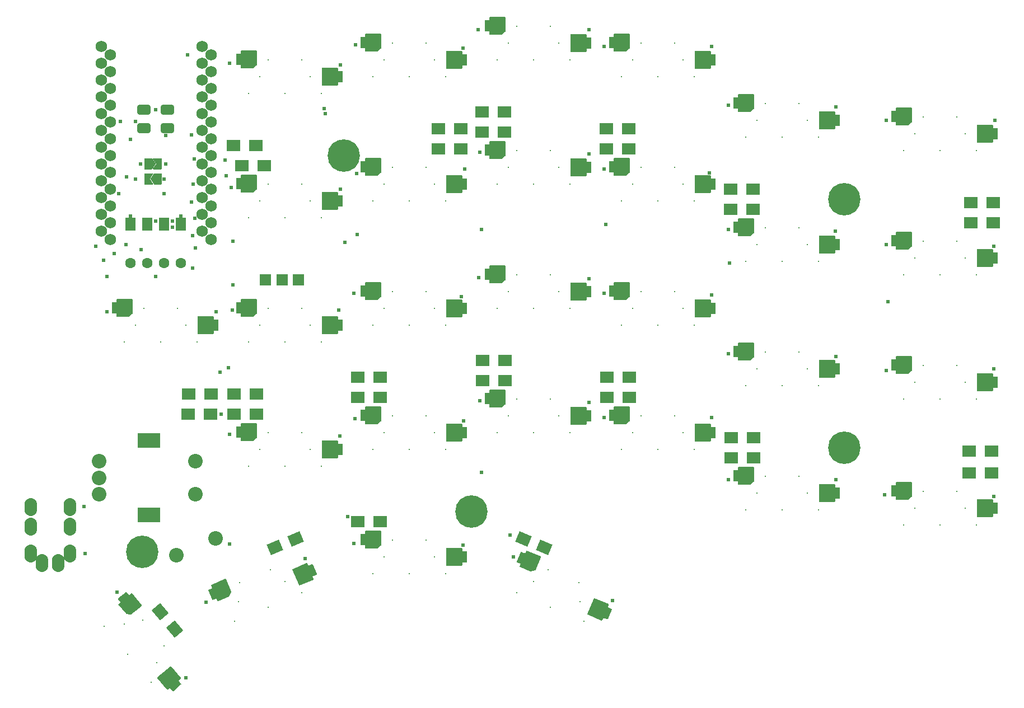
<source format=gts>
G04*
G04 #@! TF.GenerationSoftware,Altium Limited,Altium Designer,21.0.8 (223)*
G04*
G04 Layer_Color=8388736*
%FSLAX25Y25*%
%MOIN*%
G70*
G04*
G04 #@! TF.SameCoordinates,A62FD62D-004D-4F48-A45E-1F1F6AB71705*
G04*
G04*
G04 #@! TF.FilePolarity,Negative*
G04*
G01*
G75*
%ADD14C,0.01968*%
%ADD15C,0.00394*%
%ADD16R,0.06106X0.04106*%
%ADD17C,0.06800*%
%ADD18C,0.00800*%
%ADD19C,0.08674*%
%ADD20O,0.07493X0.10642*%
G04:AMPARAMS|DCode=21|XSize=57.21mil|YSize=76.9mil|CornerRadius=8.92mil|HoleSize=0mil|Usage=FLASHONLY|Rotation=270.000|XOffset=0mil|YOffset=0mil|HoleType=Round|Shape=RoundedRectangle|*
%AMROUNDEDRECTD21*
21,1,0.05721,0.05906,0,0,270.0*
21,1,0.03937,0.07690,0,0,270.0*
1,1,0.01784,-0.02953,-0.01968*
1,1,0.01784,-0.02953,0.01968*
1,1,0.01784,0.02953,0.01968*
1,1,0.01784,0.02953,-0.01968*
%
%ADD21ROUNDEDRECTD21*%
%ADD22C,0.06300*%
%ADD23R,0.07887X0.06706*%
%ADD24C,0.19304*%
%ADD25R,0.06800X0.06800*%
G04:AMPARAMS|DCode=26|XSize=78.87mil|YSize=67.06mil|CornerRadius=0mil|HoleSize=0mil|Usage=FLASHONLY|Rotation=23.000|XOffset=0mil|YOffset=0mil|HoleType=Round|Shape=Rectangle|*
%AMROTATEDRECTD26*
4,1,4,-0.02320,-0.04627,-0.04940,0.01546,0.02320,0.04627,0.04940,-0.01546,-0.02320,-0.04627,0.0*
%
%ADD26ROTATEDRECTD26*%

G04:AMPARAMS|DCode=27|XSize=78.87mil|YSize=67.06mil|CornerRadius=0mil|HoleSize=0mil|Usage=FLASHONLY|Rotation=310.000|XOffset=0mil|YOffset=0mil|HoleType=Round|Shape=Rectangle|*
%AMROTATEDRECTD27*
4,1,4,-0.05103,0.00866,0.00034,0.05176,0.05103,-0.00866,-0.00034,-0.05176,-0.05103,0.00866,0.0*
%
%ADD27ROTATEDRECTD27*%

%ADD28R,0.13398X0.08674*%
G04:AMPARAMS|DCode=29|XSize=78.87mil|YSize=67.06mil|CornerRadius=0mil|HoleSize=0mil|Usage=FLASHONLY|Rotation=337.000|XOffset=0mil|YOffset=0mil|HoleType=Round|Shape=Rectangle|*
%AMROTATEDRECTD29*
4,1,4,-0.04940,-0.01546,-0.02320,0.04627,0.04940,0.01546,0.02320,-0.04627,-0.04940,-0.01546,0.0*
%
%ADD29ROTATEDRECTD29*%

%ADD30C,0.02375*%
G36*
X332926Y473397D02*
X332978Y473387D01*
X333027Y473370D01*
X333074Y473347D01*
X333118Y473318D01*
X333157Y473283D01*
X333192Y473244D01*
X333221Y473200D01*
X333244Y473153D01*
X333261Y473104D01*
X333272Y473052D01*
X333275Y473000D01*
Y464929D01*
X333274Y464909D01*
X333273Y464889D01*
X333272Y464883D01*
X333272Y464877D01*
X333267Y464857D01*
X333264Y464838D01*
X333262Y464831D01*
X333261Y464825D01*
X333255Y464806D01*
X333249Y464787D01*
X333246Y464782D01*
X333244Y464776D01*
X333236Y464758D01*
X333227Y464740D01*
X333224Y464734D01*
X333221Y464729D01*
X333210Y464712D01*
X333200Y464695D01*
X333195Y464690D01*
X333192Y464685D01*
X333179Y464670D01*
X333166Y464655D01*
X333162Y464650D01*
X333157Y464646D01*
X333142Y464633D01*
X333128Y464619D01*
X330962Y462847D01*
X330957Y462844D01*
X330953Y462840D01*
X330936Y462828D01*
X330920Y462817D01*
X330914Y462814D01*
X330909Y462810D01*
X330891Y462802D01*
X330873Y462792D01*
X330868Y462790D01*
X330862Y462787D01*
X330843Y462781D01*
X330824Y462774D01*
X330818Y462772D01*
X330812Y462770D01*
X330793Y462766D01*
X330773Y462762D01*
X330767Y462761D01*
X330761Y462760D01*
X330741Y462759D01*
X330721Y462757D01*
X330715Y462757D01*
X330709Y462757D01*
X324016D01*
X323963Y462760D01*
X323912Y462770D01*
X323862Y462787D01*
X323815Y462810D01*
X323772Y462840D01*
X323732Y462874D01*
X323698Y462914D01*
X323669Y462957D01*
X323645Y463004D01*
X323628Y463054D01*
X323618Y463105D01*
X323615Y463158D01*
Y464725D01*
X321260D01*
X321207Y464728D01*
X321156Y464739D01*
X321106Y464756D01*
X321059Y464779D01*
X321016Y464808D01*
X320976Y464843D01*
X320942Y464882D01*
X320913Y464926D01*
X320889Y464973D01*
X320873Y465022D01*
X320862Y465074D01*
X320859Y465126D01*
Y471032D01*
X320862Y471084D01*
X320873Y471135D01*
X320889Y471185D01*
X320913Y471232D01*
X320942Y471276D01*
X320976Y471315D01*
X321016Y471349D01*
X321059Y471379D01*
X321106Y471402D01*
X321156Y471419D01*
X321207Y471429D01*
X321260Y471432D01*
X323615D01*
Y473000D01*
X323618Y473052D01*
X323628Y473104D01*
X323645Y473153D01*
X323669Y473200D01*
X323698Y473244D01*
X323732Y473283D01*
X323772Y473318D01*
X323815Y473347D01*
X323862Y473370D01*
X323912Y473387D01*
X323963Y473397D01*
X324016Y473401D01*
X332874D01*
X332926Y473397D01*
D02*
G37*
G36*
X406926Y463397D02*
X406978Y463387D01*
X407027Y463370D01*
X407074Y463347D01*
X407118Y463318D01*
X407158Y463283D01*
X407192Y463244D01*
X407221Y463200D01*
X407244Y463153D01*
X407261Y463104D01*
X407271Y463052D01*
X407275Y463000D01*
Y454929D01*
X407274Y454909D01*
X407273Y454889D01*
X407272Y454883D01*
X407271Y454877D01*
X407268Y454857D01*
X407264Y454838D01*
X407262Y454832D01*
X407261Y454825D01*
X407255Y454806D01*
X407249Y454787D01*
X407246Y454782D01*
X407244Y454776D01*
X407235Y454758D01*
X407227Y454740D01*
X407224Y454734D01*
X407221Y454729D01*
X407210Y454712D01*
X407199Y454695D01*
X407196Y454690D01*
X407192Y454685D01*
X407179Y454670D01*
X407166Y454655D01*
X407162Y454650D01*
X407158Y454646D01*
X407142Y454633D01*
X407128Y454619D01*
X404962Y452847D01*
X404957Y452844D01*
X404953Y452840D01*
X404936Y452828D01*
X404920Y452817D01*
X404914Y452814D01*
X404909Y452810D01*
X404891Y452802D01*
X404874Y452792D01*
X404868Y452790D01*
X404862Y452787D01*
X404843Y452781D01*
X404824Y452774D01*
X404818Y452772D01*
X404812Y452770D01*
X404793Y452766D01*
X404773Y452762D01*
X404767Y452761D01*
X404761Y452760D01*
X404741Y452759D01*
X404721Y452757D01*
X404715Y452757D01*
X404709Y452757D01*
X398016D01*
X397963Y452760D01*
X397912Y452770D01*
X397862Y452787D01*
X397815Y452810D01*
X397772Y452840D01*
X397732Y452874D01*
X397698Y452914D01*
X397669Y452957D01*
X397645Y453004D01*
X397628Y453054D01*
X397618Y453105D01*
X397615Y453158D01*
Y454725D01*
X395260D01*
X395208Y454729D01*
X395156Y454739D01*
X395106Y454756D01*
X395059Y454779D01*
X395016Y454808D01*
X394976Y454843D01*
X394942Y454882D01*
X394913Y454926D01*
X394889Y454973D01*
X394873Y455022D01*
X394862Y455074D01*
X394859Y455126D01*
Y461031D01*
X394862Y461084D01*
X394873Y461135D01*
X394889Y461185D01*
X394913Y461232D01*
X394942Y461275D01*
X394976Y461315D01*
X395016Y461349D01*
X395059Y461379D01*
X395106Y461402D01*
X395156Y461419D01*
X395208Y461429D01*
X395260Y461432D01*
X397615D01*
Y463000D01*
X397618Y463052D01*
X397628Y463104D01*
X397645Y463153D01*
X397669Y463200D01*
X397698Y463244D01*
X397732Y463283D01*
X397772Y463318D01*
X397815Y463347D01*
X397862Y463370D01*
X397912Y463387D01*
X397963Y463397D01*
X398016Y463401D01*
X406874D01*
X406926Y463397D01*
D02*
G37*
G36*
X258926D02*
X258978Y463387D01*
X259027Y463370D01*
X259074Y463347D01*
X259118Y463318D01*
X259157Y463283D01*
X259192Y463244D01*
X259221Y463200D01*
X259244Y463153D01*
X259261Y463104D01*
X259272Y463052D01*
X259275Y463000D01*
Y454929D01*
X259274Y454909D01*
X259273Y454889D01*
X259272Y454883D01*
X259272Y454877D01*
X259267Y454857D01*
X259264Y454838D01*
X259262Y454832D01*
X259261Y454825D01*
X259255Y454806D01*
X259249Y454787D01*
X259246Y454782D01*
X259244Y454776D01*
X259236Y454758D01*
X259227Y454740D01*
X259224Y454734D01*
X259221Y454729D01*
X259210Y454712D01*
X259200Y454695D01*
X259195Y454690D01*
X259192Y454685D01*
X259179Y454670D01*
X259166Y454655D01*
X259162Y454650D01*
X259157Y454646D01*
X259142Y454633D01*
X259128Y454619D01*
X256962Y452847D01*
X256957Y452844D01*
X256953Y452840D01*
X256936Y452828D01*
X256920Y452817D01*
X256914Y452814D01*
X256909Y452810D01*
X256891Y452802D01*
X256873Y452792D01*
X256868Y452790D01*
X256862Y452787D01*
X256843Y452781D01*
X256824Y452774D01*
X256818Y452772D01*
X256812Y452770D01*
X256793Y452766D01*
X256773Y452762D01*
X256767Y452761D01*
X256761Y452760D01*
X256741Y452759D01*
X256721Y452757D01*
X256715Y452757D01*
X256709Y452757D01*
X250016D01*
X249963Y452760D01*
X249912Y452770D01*
X249862Y452787D01*
X249815Y452810D01*
X249772Y452840D01*
X249732Y452874D01*
X249698Y452914D01*
X249669Y452957D01*
X249645Y453004D01*
X249628Y453054D01*
X249618Y453105D01*
X249615Y453158D01*
Y454725D01*
X247260D01*
X247207Y454729D01*
X247156Y454739D01*
X247106Y454756D01*
X247059Y454779D01*
X247016Y454808D01*
X246976Y454843D01*
X246942Y454882D01*
X246913Y454926D01*
X246889Y454973D01*
X246873Y455022D01*
X246862Y455074D01*
X246859Y455126D01*
Y461031D01*
X246862Y461084D01*
X246873Y461135D01*
X246889Y461185D01*
X246913Y461232D01*
X246942Y461275D01*
X246976Y461315D01*
X247016Y461349D01*
X247059Y461379D01*
X247106Y461402D01*
X247156Y461419D01*
X247207Y461429D01*
X247260Y461432D01*
X249615D01*
Y463000D01*
X249618Y463052D01*
X249628Y463104D01*
X249645Y463153D01*
X249669Y463200D01*
X249698Y463244D01*
X249732Y463283D01*
X249772Y463318D01*
X249815Y463347D01*
X249862Y463370D01*
X249912Y463387D01*
X249963Y463397D01*
X250016Y463401D01*
X258874D01*
X258926Y463397D01*
D02*
G37*
G36*
X381155Y463161D02*
X381206Y463151D01*
X381256Y463134D01*
X381303Y463111D01*
X381346Y463082D01*
X381386Y463047D01*
X381420Y463008D01*
X381450Y462964D01*
X381473Y462917D01*
X381490Y462867D01*
X381500Y462816D01*
X381503Y462764D01*
Y461196D01*
X383858D01*
X383911Y461193D01*
X383962Y461182D01*
X384012Y461166D01*
X384059Y461142D01*
X384102Y461113D01*
X384142Y461079D01*
X384176Y461039D01*
X384205Y460996D01*
X384229Y460949D01*
X384245Y460899D01*
X384256Y460848D01*
X384259Y460795D01*
Y454890D01*
X384256Y454837D01*
X384245Y454786D01*
X384229Y454736D01*
X384205Y454689D01*
X384176Y454646D01*
X384142Y454606D01*
X384102Y454572D01*
X384059Y454543D01*
X384012Y454519D01*
X383962Y454503D01*
X383911Y454492D01*
X383858Y454489D01*
X381503D01*
Y452921D01*
X381500Y452869D01*
X381490Y452817D01*
X381473Y452768D01*
X381450Y452721D01*
X381420Y452677D01*
X381386Y452638D01*
X381346Y452603D01*
X381303Y452574D01*
X381256Y452551D01*
X381206Y452534D01*
X381155Y452524D01*
X381102Y452520D01*
X372244D01*
X372192Y452524D01*
X372140Y452534D01*
X372091Y452551D01*
X372044Y452574D01*
X372000Y452603D01*
X371961Y452638D01*
X371926Y452677D01*
X371897Y452721D01*
X371874Y452768D01*
X371857Y452817D01*
X371847Y452869D01*
X371843Y452921D01*
Y462764D01*
X371847Y462816D01*
X371857Y462867D01*
X371874Y462917D01*
X371897Y462964D01*
X371926Y463008D01*
X371961Y463047D01*
X372000Y463082D01*
X372044Y463111D01*
X372091Y463134D01*
X372140Y463151D01*
X372192Y463161D01*
X372244Y463165D01*
X381102D01*
X381155Y463161D01*
D02*
G37*
G36*
X184926Y453397D02*
X184978Y453387D01*
X185027Y453370D01*
X185074Y453347D01*
X185118Y453318D01*
X185158Y453283D01*
X185192Y453244D01*
X185221Y453200D01*
X185244Y453153D01*
X185261Y453104D01*
X185272Y453052D01*
X185275Y453000D01*
Y444929D01*
X185274Y444909D01*
X185273Y444889D01*
X185272Y444883D01*
X185272Y444877D01*
X185268Y444857D01*
X185264Y444838D01*
X185262Y444832D01*
X185261Y444825D01*
X185255Y444806D01*
X185249Y444787D01*
X185246Y444782D01*
X185244Y444776D01*
X185236Y444758D01*
X185227Y444740D01*
X185224Y444734D01*
X185221Y444729D01*
X185210Y444712D01*
X185199Y444695D01*
X185196Y444690D01*
X185192Y444685D01*
X185179Y444670D01*
X185166Y444655D01*
X185162Y444650D01*
X185158Y444646D01*
X185143Y444632D01*
X185128Y444619D01*
X182963Y442847D01*
X182957Y442844D01*
X182953Y442839D01*
X182936Y442828D01*
X182920Y442817D01*
X182914Y442814D01*
X182909Y442810D01*
X182891Y442802D01*
X182874Y442792D01*
X182868Y442790D01*
X182862Y442787D01*
X182843Y442781D01*
X182825Y442774D01*
X182818Y442772D01*
X182812Y442770D01*
X182793Y442766D01*
X182773Y442762D01*
X182767Y442761D01*
X182761Y442760D01*
X182741Y442759D01*
X182721Y442757D01*
X182715Y442757D01*
X182709Y442757D01*
X176016D01*
X175963Y442760D01*
X175912Y442770D01*
X175862Y442787D01*
X175815Y442810D01*
X175772Y442839D01*
X175732Y442874D01*
X175698Y442913D01*
X175669Y442957D01*
X175645Y443004D01*
X175628Y443054D01*
X175618Y443105D01*
X175615Y443157D01*
Y444725D01*
X173260D01*
X173207Y444729D01*
X173156Y444739D01*
X173106Y444756D01*
X173059Y444779D01*
X173016Y444808D01*
X172976Y444842D01*
X172942Y444882D01*
X172913Y444926D01*
X172889Y444973D01*
X172873Y445022D01*
X172862Y445074D01*
X172859Y445126D01*
Y451031D01*
X172862Y451084D01*
X172873Y451135D01*
X172889Y451185D01*
X172913Y451232D01*
X172942Y451275D01*
X172976Y451315D01*
X173016Y451349D01*
X173059Y451379D01*
X173106Y451402D01*
X173156Y451419D01*
X173207Y451429D01*
X173260Y451432D01*
X175615D01*
Y453000D01*
X175618Y453052D01*
X175628Y453104D01*
X175645Y453153D01*
X175669Y453200D01*
X175698Y453244D01*
X175732Y453283D01*
X175772Y453318D01*
X175815Y453347D01*
X175862Y453370D01*
X175912Y453387D01*
X175963Y453397D01*
X176016Y453401D01*
X184874D01*
X184926Y453397D01*
D02*
G37*
G36*
X455155Y453161D02*
X455206Y453151D01*
X455256Y453134D01*
X455303Y453111D01*
X455346Y453082D01*
X455386Y453047D01*
X455420Y453008D01*
X455449Y452964D01*
X455473Y452917D01*
X455490Y452868D01*
X455500Y452816D01*
X455503Y452764D01*
Y451196D01*
X457858D01*
X457911Y451193D01*
X457962Y451183D01*
X458012Y451166D01*
X458059Y451142D01*
X458102Y451113D01*
X458142Y451079D01*
X458176Y451039D01*
X458205Y450996D01*
X458229Y450949D01*
X458246Y450899D01*
X458256Y450848D01*
X458259Y450795D01*
Y444890D01*
X458256Y444837D01*
X458246Y444786D01*
X458229Y444736D01*
X458205Y444689D01*
X458176Y444646D01*
X458142Y444606D01*
X458102Y444572D01*
X458059Y444543D01*
X458012Y444519D01*
X457962Y444503D01*
X457911Y444492D01*
X457858Y444489D01*
X455503D01*
Y442921D01*
X455500Y442869D01*
X455490Y442817D01*
X455473Y442768D01*
X455449Y442721D01*
X455420Y442677D01*
X455386Y442638D01*
X455346Y442603D01*
X455303Y442574D01*
X455256Y442551D01*
X455206Y442534D01*
X455155Y442524D01*
X455102Y442520D01*
X446244D01*
X446192Y442524D01*
X446140Y442534D01*
X446091Y442551D01*
X446044Y442574D01*
X446000Y442603D01*
X445961Y442638D01*
X445926Y442677D01*
X445897Y442721D01*
X445874Y442768D01*
X445857Y442817D01*
X445847Y442869D01*
X445843Y442921D01*
Y452764D01*
X445847Y452816D01*
X445857Y452868D01*
X445874Y452917D01*
X445897Y452964D01*
X445926Y453008D01*
X445961Y453047D01*
X446000Y453082D01*
X446044Y453111D01*
X446091Y453134D01*
X446140Y453151D01*
X446192Y453161D01*
X446244Y453165D01*
X455102D01*
X455155Y453161D01*
D02*
G37*
G36*
X307155D02*
X307206Y453151D01*
X307256Y453134D01*
X307303Y453111D01*
X307346Y453082D01*
X307386Y453047D01*
X307420Y453008D01*
X307450Y452964D01*
X307473Y452917D01*
X307490Y452868D01*
X307500Y452816D01*
X307503Y452764D01*
Y451196D01*
X309858D01*
X309911Y451193D01*
X309962Y451183D01*
X310012Y451166D01*
X310059Y451142D01*
X310102Y451113D01*
X310142Y451079D01*
X310176Y451039D01*
X310205Y450996D01*
X310229Y450949D01*
X310245Y450899D01*
X310256Y450848D01*
X310259Y450795D01*
Y444890D01*
X310256Y444837D01*
X310245Y444786D01*
X310229Y444736D01*
X310205Y444689D01*
X310176Y444646D01*
X310142Y444606D01*
X310102Y444572D01*
X310059Y444543D01*
X310012Y444519D01*
X309962Y444503D01*
X309911Y444492D01*
X309858Y444489D01*
X307503D01*
Y442921D01*
X307500Y442869D01*
X307490Y442817D01*
X307473Y442768D01*
X307450Y442721D01*
X307420Y442677D01*
X307386Y442638D01*
X307346Y442603D01*
X307303Y442574D01*
X307256Y442551D01*
X307206Y442534D01*
X307155Y442524D01*
X307102Y442520D01*
X298244D01*
X298192Y442524D01*
X298140Y442534D01*
X298091Y442551D01*
X298044Y442574D01*
X298000Y442603D01*
X297961Y442638D01*
X297926Y442677D01*
X297897Y442721D01*
X297874Y442768D01*
X297857Y442817D01*
X297847Y442869D01*
X297843Y442921D01*
Y452764D01*
X297847Y452816D01*
X297857Y452868D01*
X297874Y452917D01*
X297897Y452964D01*
X297926Y453008D01*
X297961Y453047D01*
X298000Y453082D01*
X298044Y453111D01*
X298091Y453134D01*
X298140Y453151D01*
X298192Y453161D01*
X298244Y453165D01*
X307102D01*
X307155Y453161D01*
D02*
G37*
G36*
X233155Y443161D02*
X233206Y443151D01*
X233256Y443134D01*
X233303Y443111D01*
X233346Y443082D01*
X233386Y443047D01*
X233420Y443008D01*
X233450Y442964D01*
X233473Y442917D01*
X233490Y442868D01*
X233500Y442816D01*
X233503Y442764D01*
Y441196D01*
X235858D01*
X235911Y441193D01*
X235962Y441183D01*
X236012Y441166D01*
X236059Y441142D01*
X236102Y441113D01*
X236142Y441079D01*
X236176Y441039D01*
X236205Y440996D01*
X236229Y440949D01*
X236245Y440899D01*
X236256Y440848D01*
X236259Y440795D01*
Y434890D01*
X236256Y434837D01*
X236245Y434786D01*
X236229Y434736D01*
X236205Y434689D01*
X236176Y434646D01*
X236142Y434606D01*
X236102Y434572D01*
X236059Y434543D01*
X236012Y434519D01*
X235962Y434503D01*
X235911Y434492D01*
X235858Y434489D01*
X233503D01*
Y432921D01*
X233500Y432869D01*
X233490Y432818D01*
X233473Y432768D01*
X233450Y432721D01*
X233420Y432677D01*
X233386Y432638D01*
X233346Y432603D01*
X233303Y432574D01*
X233256Y432551D01*
X233206Y432534D01*
X233155Y432524D01*
X233102Y432520D01*
X224244D01*
X224192Y432524D01*
X224140Y432534D01*
X224091Y432551D01*
X224044Y432574D01*
X224000Y432603D01*
X223961Y432638D01*
X223926Y432677D01*
X223897Y432721D01*
X223874Y432768D01*
X223857Y432818D01*
X223847Y432869D01*
X223843Y432921D01*
Y442764D01*
X223847Y442816D01*
X223857Y442868D01*
X223874Y442917D01*
X223897Y442964D01*
X223926Y443008D01*
X223961Y443047D01*
X224000Y443082D01*
X224044Y443111D01*
X224091Y443134D01*
X224140Y443151D01*
X224192Y443161D01*
X224244Y443165D01*
X233102D01*
X233155Y443161D01*
D02*
G37*
G36*
X480926Y427397D02*
X480978Y427387D01*
X481027Y427370D01*
X481074Y427347D01*
X481118Y427318D01*
X481157Y427283D01*
X481192Y427244D01*
X481221Y427200D01*
X481244Y427153D01*
X481261Y427104D01*
X481272Y427052D01*
X481275Y427000D01*
Y418929D01*
X481274Y418909D01*
X481273Y418889D01*
X481272Y418883D01*
X481272Y418877D01*
X481268Y418857D01*
X481264Y418837D01*
X481262Y418831D01*
X481261Y418825D01*
X481255Y418806D01*
X481249Y418787D01*
X481246Y418782D01*
X481244Y418776D01*
X481236Y418758D01*
X481227Y418740D01*
X481224Y418734D01*
X481221Y418729D01*
X481210Y418712D01*
X481200Y418695D01*
X481195Y418690D01*
X481192Y418685D01*
X481179Y418670D01*
X481166Y418655D01*
X481162Y418650D01*
X481157Y418646D01*
X481143Y418633D01*
X481128Y418619D01*
X478963Y416847D01*
X478957Y416844D01*
X478953Y416840D01*
X478936Y416828D01*
X478920Y416817D01*
X478914Y416814D01*
X478909Y416810D01*
X478891Y416802D01*
X478873Y416792D01*
X478868Y416790D01*
X478862Y416787D01*
X478843Y416781D01*
X478824Y416774D01*
X478818Y416772D01*
X478812Y416770D01*
X478793Y416766D01*
X478773Y416762D01*
X478767Y416761D01*
X478761Y416760D01*
X478741Y416759D01*
X478721Y416757D01*
X478715Y416757D01*
X478709Y416757D01*
X472016D01*
X471963Y416760D01*
X471912Y416770D01*
X471862Y416787D01*
X471815Y416810D01*
X471772Y416840D01*
X471732Y416874D01*
X471698Y416914D01*
X471669Y416957D01*
X471645Y417004D01*
X471629Y417054D01*
X471618Y417105D01*
X471615Y417158D01*
Y418725D01*
X469260D01*
X469207Y418728D01*
X469156Y418739D01*
X469106Y418756D01*
X469059Y418779D01*
X469016Y418808D01*
X468976Y418843D01*
X468942Y418882D01*
X468913Y418926D01*
X468890Y418973D01*
X468873Y419022D01*
X468862Y419074D01*
X468859Y419126D01*
Y425032D01*
X468862Y425084D01*
X468873Y425135D01*
X468890Y425185D01*
X468913Y425232D01*
X468942Y425276D01*
X468976Y425315D01*
X469016Y425350D01*
X469059Y425379D01*
X469106Y425402D01*
X469156Y425419D01*
X469207Y425429D01*
X469260Y425432D01*
X471615D01*
Y427000D01*
X471618Y427052D01*
X471629Y427104D01*
X471645Y427153D01*
X471669Y427200D01*
X471698Y427244D01*
X471732Y427283D01*
X471772Y427318D01*
X471815Y427347D01*
X471862Y427370D01*
X471912Y427387D01*
X471963Y427397D01*
X472016Y427401D01*
X480874D01*
X480926Y427397D01*
D02*
G37*
G36*
X574926Y419397D02*
X574978Y419387D01*
X575027Y419370D01*
X575074Y419347D01*
X575118Y419318D01*
X575157Y419283D01*
X575192Y419244D01*
X575221Y419200D01*
X575244Y419153D01*
X575261Y419104D01*
X575272Y419052D01*
X575275Y419000D01*
Y410929D01*
X575274Y410909D01*
X575273Y410889D01*
X575272Y410883D01*
X575272Y410877D01*
X575268Y410857D01*
X575264Y410838D01*
X575262Y410831D01*
X575261Y410825D01*
X575255Y410806D01*
X575249Y410787D01*
X575246Y410782D01*
X575244Y410776D01*
X575236Y410758D01*
X575227Y410740D01*
X575224Y410734D01*
X575221Y410729D01*
X575210Y410712D01*
X575200Y410695D01*
X575196Y410690D01*
X575192Y410685D01*
X575179Y410670D01*
X575166Y410655D01*
X575162Y410650D01*
X575157Y410646D01*
X575142Y410633D01*
X575128Y410619D01*
X572963Y408847D01*
X572957Y408844D01*
X572953Y408840D01*
X572936Y408828D01*
X572920Y408817D01*
X572914Y408814D01*
X572909Y408810D01*
X572891Y408802D01*
X572873Y408792D01*
X572868Y408790D01*
X572862Y408787D01*
X572843Y408781D01*
X572824Y408774D01*
X572818Y408772D01*
X572812Y408770D01*
X572793Y408766D01*
X572773Y408762D01*
X572767Y408761D01*
X572761Y408760D01*
X572741Y408759D01*
X572721Y408757D01*
X572715Y408757D01*
X572709Y408757D01*
X566016D01*
X565963Y408760D01*
X565912Y408770D01*
X565862Y408787D01*
X565815Y408810D01*
X565772Y408840D01*
X565732Y408874D01*
X565698Y408914D01*
X565669Y408957D01*
X565645Y409004D01*
X565628Y409054D01*
X565618Y409105D01*
X565615Y409158D01*
Y410725D01*
X563260D01*
X563207Y410729D01*
X563156Y410739D01*
X563106Y410756D01*
X563059Y410779D01*
X563016Y410808D01*
X562976Y410843D01*
X562942Y410882D01*
X562913Y410926D01*
X562889Y410973D01*
X562873Y411022D01*
X562862Y411074D01*
X562859Y411126D01*
Y417031D01*
X562862Y417084D01*
X562873Y417135D01*
X562889Y417185D01*
X562913Y417232D01*
X562942Y417275D01*
X562976Y417315D01*
X563016Y417349D01*
X563059Y417379D01*
X563106Y417402D01*
X563156Y417419D01*
X563207Y417429D01*
X563260Y417432D01*
X565615D01*
Y419000D01*
X565618Y419052D01*
X565628Y419104D01*
X565645Y419153D01*
X565669Y419200D01*
X565698Y419244D01*
X565732Y419283D01*
X565772Y419318D01*
X565815Y419347D01*
X565862Y419370D01*
X565912Y419387D01*
X565963Y419397D01*
X566016Y419401D01*
X574874D01*
X574926Y419397D01*
D02*
G37*
G36*
X529155Y417161D02*
X529206Y417151D01*
X529256Y417134D01*
X529303Y417111D01*
X529346Y417082D01*
X529386Y417047D01*
X529420Y417008D01*
X529450Y416964D01*
X529473Y416917D01*
X529490Y416867D01*
X529500Y416816D01*
X529503Y416764D01*
Y415196D01*
X531858D01*
X531911Y415193D01*
X531962Y415182D01*
X532012Y415166D01*
X532059Y415142D01*
X532102Y415113D01*
X532142Y415079D01*
X532176Y415039D01*
X532205Y414996D01*
X532229Y414949D01*
X532245Y414899D01*
X532256Y414848D01*
X532259Y414795D01*
Y408890D01*
X532256Y408837D01*
X532245Y408786D01*
X532229Y408736D01*
X532205Y408689D01*
X532176Y408646D01*
X532142Y408606D01*
X532102Y408572D01*
X532059Y408543D01*
X532012Y408519D01*
X531962Y408503D01*
X531911Y408492D01*
X531858Y408489D01*
X529503D01*
Y406921D01*
X529500Y406869D01*
X529490Y406817D01*
X529473Y406768D01*
X529450Y406721D01*
X529420Y406677D01*
X529386Y406638D01*
X529346Y406603D01*
X529303Y406574D01*
X529256Y406551D01*
X529206Y406534D01*
X529155Y406524D01*
X529102Y406520D01*
X520244D01*
X520192Y406524D01*
X520140Y406534D01*
X520091Y406551D01*
X520044Y406574D01*
X520000Y406603D01*
X519961Y406638D01*
X519926Y406677D01*
X519897Y406721D01*
X519874Y406768D01*
X519857Y406817D01*
X519847Y406869D01*
X519843Y406921D01*
Y416764D01*
X519847Y416816D01*
X519857Y416867D01*
X519874Y416917D01*
X519897Y416964D01*
X519926Y417008D01*
X519961Y417047D01*
X520000Y417082D01*
X520044Y417111D01*
X520091Y417134D01*
X520140Y417151D01*
X520192Y417161D01*
X520244Y417165D01*
X529102D01*
X529155Y417161D01*
D02*
G37*
G36*
X623155Y409161D02*
X623206Y409151D01*
X623256Y409134D01*
X623303Y409111D01*
X623346Y409082D01*
X623386Y409047D01*
X623420Y409008D01*
X623450Y408964D01*
X623473Y408917D01*
X623490Y408868D01*
X623500Y408816D01*
X623503Y408764D01*
Y407196D01*
X625858D01*
X625911Y407193D01*
X625962Y407183D01*
X626012Y407166D01*
X626059Y407142D01*
X626102Y407113D01*
X626142Y407079D01*
X626176Y407039D01*
X626205Y406996D01*
X626229Y406949D01*
X626245Y406899D01*
X626256Y406848D01*
X626259Y406795D01*
Y400890D01*
X626256Y400837D01*
X626245Y400786D01*
X626229Y400736D01*
X626205Y400689D01*
X626176Y400646D01*
X626142Y400606D01*
X626102Y400572D01*
X626059Y400543D01*
X626012Y400519D01*
X625962Y400503D01*
X625911Y400492D01*
X625858Y400489D01*
X623503D01*
Y398921D01*
X623500Y398869D01*
X623490Y398817D01*
X623473Y398768D01*
X623450Y398721D01*
X623420Y398677D01*
X623386Y398638D01*
X623346Y398603D01*
X623303Y398574D01*
X623256Y398551D01*
X623206Y398534D01*
X623155Y398524D01*
X623102Y398520D01*
X614244D01*
X614192Y398524D01*
X614140Y398534D01*
X614091Y398551D01*
X614044Y398574D01*
X614000Y398603D01*
X613961Y398638D01*
X613926Y398677D01*
X613897Y398721D01*
X613874Y398768D01*
X613857Y398817D01*
X613847Y398869D01*
X613843Y398921D01*
Y408764D01*
X613847Y408816D01*
X613857Y408868D01*
X613874Y408917D01*
X613897Y408964D01*
X613926Y409008D01*
X613961Y409047D01*
X614000Y409082D01*
X614044Y409111D01*
X614091Y409134D01*
X614140Y409151D01*
X614192Y409161D01*
X614244Y409165D01*
X623102D01*
X623155Y409161D01*
D02*
G37*
G36*
X128275Y389350D02*
X128327Y389340D01*
X128376Y389323D01*
X128423Y389300D01*
X128467Y389271D01*
X128506Y389236D01*
X128541Y389197D01*
X128570Y389153D01*
X128593Y389106D01*
X128610Y389056D01*
X128620Y389005D01*
X128624Y388953D01*
Y383047D01*
X128620Y382995D01*
X128610Y382944D01*
X128593Y382894D01*
X128570Y382847D01*
X128541Y382803D01*
X128506Y382764D01*
X128467Y382729D01*
X128423Y382700D01*
X128376Y382677D01*
X128327Y382660D01*
X128275Y382650D01*
X128223Y382646D01*
X123695D01*
X123682Y382647D01*
X123670Y382647D01*
X123656Y382649D01*
X123643Y382650D01*
X123630Y382652D01*
X123617Y382654D01*
X123605Y382657D01*
X123591Y382660D01*
X123579Y382664D01*
X123567Y382667D01*
X123555Y382673D01*
X123542Y382677D01*
X123530Y382683D01*
X123518Y382687D01*
X123507Y382694D01*
X123495Y382700D01*
X123484Y382707D01*
X123473Y382714D01*
X123462Y382722D01*
X123451Y382729D01*
X123442Y382738D01*
X123431Y382746D01*
X123422Y382755D01*
X123412Y382764D01*
X123403Y382773D01*
X123394Y382783D01*
X123386Y382793D01*
X123377Y382803D01*
X123370Y382814D01*
X123362Y382824D01*
X123355Y382836D01*
X123348Y382847D01*
X123342Y382858D01*
X123336Y382870D01*
X123331Y382882D01*
X123325Y382894D01*
X123321Y382906D01*
X123316Y382918D01*
X123312Y382931D01*
X123308Y382944D01*
X123305Y382956D01*
X123302Y382969D01*
X123301Y382982D01*
X123298Y382995D01*
X123297Y383008D01*
X123295Y383021D01*
X123295Y383034D01*
X123294Y383047D01*
X123295Y383060D01*
X123295Y383073D01*
X123297Y383086D01*
X123298Y383100D01*
X123300Y383112D01*
X123302Y383125D01*
X123305Y383138D01*
X123308Y383151D01*
X123312Y383163D01*
X123316Y383176D01*
X123321Y383188D01*
X123325Y383201D01*
X123331Y383212D01*
X123336Y383224D01*
X123342Y383236D01*
X123348Y383248D01*
X123355Y383258D01*
X123362Y383270D01*
X125182Y386000D01*
X123362Y388730D01*
X123355Y388742D01*
X123348Y388752D01*
X123342Y388764D01*
X123336Y388776D01*
X123331Y388788D01*
X123325Y388799D01*
X123321Y388812D01*
X123316Y388824D01*
X123312Y388837D01*
X123308Y388849D01*
X123305Y388862D01*
X123302Y388875D01*
X123300Y388888D01*
X123298Y388900D01*
X123297Y388914D01*
X123295Y388927D01*
X123295Y388940D01*
X123294Y388953D01*
X123295Y388966D01*
X123295Y388979D01*
X123297Y388992D01*
X123298Y389005D01*
X123301Y389018D01*
X123302Y389031D01*
X123305Y389044D01*
X123308Y389056D01*
X123312Y389069D01*
X123316Y389082D01*
X123321Y389094D01*
X123325Y389106D01*
X123331Y389118D01*
X123336Y389130D01*
X123342Y389142D01*
X123348Y389153D01*
X123355Y389164D01*
X123362Y389176D01*
X123370Y389186D01*
X123377Y389197D01*
X123386Y389207D01*
X123394Y389217D01*
X123403Y389227D01*
X123412Y389236D01*
X123422Y389245D01*
X123431Y389254D01*
X123442Y389262D01*
X123451Y389271D01*
X123462Y389278D01*
X123473Y389286D01*
X123484Y389293D01*
X123495Y389300D01*
X123507Y389306D01*
X123518Y389313D01*
X123530Y389317D01*
X123542Y389323D01*
X123555Y389327D01*
X123567Y389333D01*
X123579Y389336D01*
X123591Y389340D01*
X123605Y389342D01*
X123617Y389346D01*
X123630Y389348D01*
X123643Y389350D01*
X123656Y389351D01*
X123670Y389353D01*
X123682Y389353D01*
X123695Y389354D01*
X128223D01*
X128275Y389350D01*
D02*
G37*
G36*
X332926Y399397D02*
X332978Y399387D01*
X333027Y399370D01*
X333074Y399347D01*
X333118Y399318D01*
X333157Y399283D01*
X333192Y399244D01*
X333221Y399200D01*
X333244Y399153D01*
X333261Y399104D01*
X333272Y399052D01*
X333275Y399000D01*
Y390929D01*
X333274Y390909D01*
X333273Y390889D01*
X333272Y390883D01*
X333272Y390877D01*
X333267Y390857D01*
X333264Y390838D01*
X333262Y390831D01*
X333261Y390825D01*
X333255Y390806D01*
X333249Y390787D01*
X333246Y390782D01*
X333244Y390776D01*
X333236Y390758D01*
X333227Y390740D01*
X333224Y390734D01*
X333221Y390729D01*
X333210Y390712D01*
X333200Y390695D01*
X333195Y390690D01*
X333192Y390685D01*
X333179Y390670D01*
X333166Y390655D01*
X333162Y390650D01*
X333157Y390646D01*
X333142Y390633D01*
X333128Y390619D01*
X330962Y388847D01*
X330957Y388844D01*
X330953Y388840D01*
X330936Y388828D01*
X330920Y388817D01*
X330914Y388814D01*
X330909Y388810D01*
X330891Y388802D01*
X330873Y388792D01*
X330868Y388790D01*
X330862Y388787D01*
X330843Y388781D01*
X330824Y388774D01*
X330818Y388772D01*
X330812Y388770D01*
X330793Y388766D01*
X330773Y388762D01*
X330767Y388761D01*
X330761Y388760D01*
X330741Y388759D01*
X330721Y388757D01*
X330715Y388757D01*
X330709Y388757D01*
X324016D01*
X323963Y388760D01*
X323912Y388770D01*
X323862Y388787D01*
X323815Y388810D01*
X323772Y388840D01*
X323732Y388874D01*
X323698Y388913D01*
X323669Y388957D01*
X323645Y389004D01*
X323628Y389054D01*
X323618Y389105D01*
X323615Y389158D01*
Y390725D01*
X321260D01*
X321207Y390728D01*
X321156Y390739D01*
X321106Y390756D01*
X321059Y390779D01*
X321016Y390808D01*
X320976Y390843D01*
X320942Y390882D01*
X320913Y390926D01*
X320889Y390973D01*
X320873Y391022D01*
X320862Y391074D01*
X320859Y391126D01*
Y397031D01*
X320862Y397084D01*
X320873Y397135D01*
X320889Y397185D01*
X320913Y397232D01*
X320942Y397275D01*
X320976Y397315D01*
X321016Y397350D01*
X321059Y397379D01*
X321106Y397402D01*
X321156Y397419D01*
X321207Y397429D01*
X321260Y397432D01*
X323615D01*
Y399000D01*
X323618Y399052D01*
X323628Y399104D01*
X323645Y399153D01*
X323669Y399200D01*
X323698Y399244D01*
X323732Y399283D01*
X323772Y399318D01*
X323815Y399347D01*
X323862Y399370D01*
X323912Y399387D01*
X323963Y399397D01*
X324016Y399401D01*
X332874D01*
X332926Y399397D01*
D02*
G37*
G36*
X122528Y389353D02*
X122541Y389353D01*
X122554Y389351D01*
X122566Y389350D01*
X122580Y389348D01*
X122593Y389346D01*
X122605Y389342D01*
X122618Y389340D01*
X122631Y389336D01*
X122643Y389332D01*
X122655Y389327D01*
X122668Y389323D01*
X122680Y389317D01*
X122692Y389312D01*
X122703Y389306D01*
X122715Y389300D01*
X122726Y389293D01*
X122737Y389286D01*
X122748Y389278D01*
X122758Y389271D01*
X122768Y389262D01*
X122779Y389254D01*
X122788Y389245D01*
X122798Y389236D01*
X122806Y389226D01*
X122816Y389217D01*
X122824Y389207D01*
X122832Y389197D01*
X122840Y389186D01*
X122848Y389175D01*
X124816Y386222D01*
X124829Y386199D01*
X124842Y386178D01*
X124842Y386177D01*
X124842Y386177D01*
X124852Y386153D01*
X124862Y386129D01*
X124862Y386129D01*
X124862Y386128D01*
X124870Y386101D01*
X124876Y386079D01*
X124876Y386078D01*
X124876Y386078D01*
X124879Y386052D01*
X124883Y386027D01*
Y386026D01*
X124883Y386026D01*
X124883Y386000D01*
X124883Y385974D01*
X124883Y385974D01*
Y385973D01*
X124879Y385948D01*
X124876Y385922D01*
X124876Y385922D01*
X124876Y385921D01*
X124870Y385898D01*
X124862Y385872D01*
X124862Y385871D01*
X124862Y385871D01*
X124852Y385847D01*
X124842Y385823D01*
X124842Y385823D01*
X124842Y385822D01*
X124828Y385799D01*
X124816Y385778D01*
X124816Y385777D01*
X124816Y385777D01*
X124816Y385777D01*
X122848Y382825D01*
X122840Y382814D01*
X122832Y382803D01*
X122824Y382793D01*
X122816Y382783D01*
X122806Y382774D01*
X122798Y382764D01*
X122788Y382755D01*
X122779Y382746D01*
X122768Y382738D01*
X122758Y382729D01*
X122748Y382722D01*
X122737Y382714D01*
X122726Y382708D01*
X122715Y382700D01*
X122703Y382694D01*
X122692Y382688D01*
X122680Y382683D01*
X122668Y382677D01*
X122655Y382673D01*
X122643Y382668D01*
X122631Y382664D01*
X122618Y382660D01*
X122605Y382658D01*
X122593Y382654D01*
X122580Y382652D01*
X122566Y382650D01*
X122554Y382649D01*
X122541Y382647D01*
X122528Y382647D01*
X122514Y382646D01*
X118577D01*
X118525Y382650D01*
X118473Y382660D01*
X118424Y382677D01*
X118377Y382700D01*
X118333Y382729D01*
X118294Y382764D01*
X118259Y382803D01*
X118230Y382847D01*
X118207Y382894D01*
X118190Y382944D01*
X118180Y382995D01*
X118176Y383047D01*
Y388953D01*
X118180Y389005D01*
X118190Y389056D01*
X118207Y389106D01*
X118230Y389153D01*
X118259Y389197D01*
X118294Y389236D01*
X118333Y389271D01*
X118377Y389300D01*
X118424Y389323D01*
X118473Y389340D01*
X118525Y389350D01*
X118577Y389354D01*
X122514D01*
X122528Y389353D01*
D02*
G37*
G36*
X406926Y389397D02*
X406978Y389387D01*
X407027Y389370D01*
X407074Y389347D01*
X407118Y389318D01*
X407158Y389283D01*
X407192Y389244D01*
X407221Y389200D01*
X407244Y389153D01*
X407261Y389104D01*
X407271Y389052D01*
X407275Y389000D01*
Y380929D01*
X407274Y380909D01*
X407273Y380889D01*
X407272Y380883D01*
X407271Y380877D01*
X407268Y380857D01*
X407264Y380837D01*
X407262Y380832D01*
X407261Y380825D01*
X407255Y380806D01*
X407249Y380787D01*
X407246Y380782D01*
X407244Y380776D01*
X407235Y380758D01*
X407227Y380740D01*
X407224Y380734D01*
X407221Y380729D01*
X407210Y380712D01*
X407199Y380695D01*
X407196Y380690D01*
X407192Y380685D01*
X407179Y380670D01*
X407166Y380655D01*
X407162Y380650D01*
X407158Y380646D01*
X407142Y380632D01*
X407128Y380619D01*
X404962Y378847D01*
X404957Y378844D01*
X404953Y378839D01*
X404936Y378828D01*
X404920Y378817D01*
X404914Y378814D01*
X404909Y378810D01*
X404891Y378801D01*
X404874Y378792D01*
X404868Y378790D01*
X404862Y378787D01*
X404843Y378781D01*
X404824Y378774D01*
X404818Y378772D01*
X404812Y378770D01*
X404793Y378766D01*
X404773Y378762D01*
X404767Y378761D01*
X404761Y378760D01*
X404741Y378759D01*
X404721Y378757D01*
X404715Y378757D01*
X404709Y378757D01*
X398016D01*
X397963Y378760D01*
X397912Y378770D01*
X397862Y378787D01*
X397815Y378810D01*
X397772Y378839D01*
X397732Y378874D01*
X397698Y378913D01*
X397669Y378957D01*
X397645Y379004D01*
X397628Y379054D01*
X397618Y379105D01*
X397615Y379157D01*
Y380725D01*
X395260D01*
X395208Y380729D01*
X395156Y380739D01*
X395106Y380756D01*
X395059Y380779D01*
X395016Y380808D01*
X394976Y380842D01*
X394942Y380882D01*
X394913Y380926D01*
X394889Y380973D01*
X394873Y381022D01*
X394862Y381074D01*
X394859Y381126D01*
Y387032D01*
X394862Y387084D01*
X394873Y387135D01*
X394889Y387185D01*
X394913Y387232D01*
X394942Y387276D01*
X394976Y387315D01*
X395016Y387350D01*
X395059Y387379D01*
X395106Y387402D01*
X395156Y387419D01*
X395208Y387429D01*
X395260Y387432D01*
X397615D01*
Y389000D01*
X397618Y389052D01*
X397628Y389104D01*
X397645Y389153D01*
X397669Y389200D01*
X397698Y389244D01*
X397732Y389283D01*
X397772Y389318D01*
X397815Y389347D01*
X397862Y389370D01*
X397912Y389387D01*
X397963Y389397D01*
X398016Y389401D01*
X406874D01*
X406926Y389397D01*
D02*
G37*
G36*
X258926D02*
X258978Y389387D01*
X259027Y389370D01*
X259074Y389347D01*
X259118Y389318D01*
X259157Y389283D01*
X259192Y389244D01*
X259221Y389200D01*
X259244Y389153D01*
X259261Y389104D01*
X259272Y389052D01*
X259275Y389000D01*
Y380929D01*
X259274Y380909D01*
X259273Y380889D01*
X259272Y380883D01*
X259272Y380877D01*
X259267Y380857D01*
X259264Y380837D01*
X259262Y380832D01*
X259261Y380825D01*
X259255Y380806D01*
X259249Y380787D01*
X259246Y380782D01*
X259244Y380776D01*
X259236Y380758D01*
X259227Y380740D01*
X259224Y380734D01*
X259221Y380729D01*
X259210Y380712D01*
X259200Y380695D01*
X259195Y380690D01*
X259192Y380685D01*
X259179Y380670D01*
X259166Y380655D01*
X259162Y380650D01*
X259157Y380646D01*
X259142Y380632D01*
X259128Y380619D01*
X256962Y378847D01*
X256957Y378844D01*
X256953Y378839D01*
X256936Y378828D01*
X256920Y378817D01*
X256914Y378814D01*
X256909Y378810D01*
X256891Y378801D01*
X256873Y378792D01*
X256868Y378790D01*
X256862Y378787D01*
X256843Y378781D01*
X256824Y378774D01*
X256818Y378772D01*
X256812Y378770D01*
X256793Y378766D01*
X256773Y378762D01*
X256767Y378761D01*
X256761Y378760D01*
X256741Y378759D01*
X256721Y378757D01*
X256715Y378757D01*
X256709Y378757D01*
X250016D01*
X249963Y378760D01*
X249912Y378770D01*
X249862Y378787D01*
X249815Y378810D01*
X249772Y378839D01*
X249732Y378874D01*
X249698Y378913D01*
X249669Y378957D01*
X249645Y379004D01*
X249628Y379054D01*
X249618Y379105D01*
X249615Y379157D01*
Y380725D01*
X247260D01*
X247207Y380729D01*
X247156Y380739D01*
X247106Y380756D01*
X247059Y380779D01*
X247016Y380808D01*
X246976Y380842D01*
X246942Y380882D01*
X246913Y380926D01*
X246889Y380973D01*
X246873Y381022D01*
X246862Y381074D01*
X246859Y381126D01*
Y387032D01*
X246862Y387084D01*
X246873Y387135D01*
X246889Y387185D01*
X246913Y387232D01*
X246942Y387276D01*
X246976Y387315D01*
X247016Y387350D01*
X247059Y387379D01*
X247106Y387402D01*
X247156Y387419D01*
X247207Y387429D01*
X247260Y387432D01*
X249615D01*
Y389000D01*
X249618Y389052D01*
X249628Y389104D01*
X249645Y389153D01*
X249669Y389200D01*
X249698Y389244D01*
X249732Y389283D01*
X249772Y389318D01*
X249815Y389347D01*
X249862Y389370D01*
X249912Y389387D01*
X249963Y389397D01*
X250016Y389401D01*
X258874D01*
X258926Y389397D01*
D02*
G37*
G36*
X381155Y389161D02*
X381206Y389151D01*
X381256Y389134D01*
X381303Y389111D01*
X381346Y389082D01*
X381386Y389047D01*
X381420Y389008D01*
X381450Y388964D01*
X381473Y388917D01*
X381490Y388867D01*
X381500Y388816D01*
X381503Y388764D01*
Y387196D01*
X383858D01*
X383911Y387193D01*
X383962Y387182D01*
X384012Y387166D01*
X384059Y387142D01*
X384102Y387113D01*
X384142Y387079D01*
X384176Y387039D01*
X384205Y386996D01*
X384229Y386949D01*
X384245Y386899D01*
X384256Y386848D01*
X384259Y386795D01*
Y380890D01*
X384256Y380837D01*
X384245Y380786D01*
X384229Y380736D01*
X384205Y380689D01*
X384176Y380646D01*
X384142Y380606D01*
X384102Y380572D01*
X384059Y380543D01*
X384012Y380519D01*
X383962Y380503D01*
X383911Y380492D01*
X383858Y380489D01*
X381503D01*
Y378921D01*
X381500Y378869D01*
X381490Y378818D01*
X381473Y378768D01*
X381450Y378721D01*
X381420Y378677D01*
X381386Y378638D01*
X381346Y378603D01*
X381303Y378574D01*
X381256Y378551D01*
X381206Y378534D01*
X381155Y378524D01*
X381102Y378520D01*
X372244D01*
X372192Y378524D01*
X372140Y378534D01*
X372091Y378551D01*
X372044Y378574D01*
X372000Y378603D01*
X371961Y378638D01*
X371926Y378677D01*
X371897Y378721D01*
X371874Y378768D01*
X371857Y378818D01*
X371847Y378869D01*
X371843Y378921D01*
Y388764D01*
X371847Y388816D01*
X371857Y388867D01*
X371874Y388917D01*
X371897Y388964D01*
X371926Y389008D01*
X371961Y389047D01*
X372000Y389082D01*
X372044Y389111D01*
X372091Y389134D01*
X372140Y389151D01*
X372192Y389161D01*
X372244Y389165D01*
X381102D01*
X381155Y389161D01*
D02*
G37*
G36*
X123118Y380353D02*
X123131Y380353D01*
X123144Y380351D01*
X123157Y380350D01*
X123170Y380348D01*
X123182Y380346D01*
X123195Y380343D01*
X123208Y380340D01*
X123221Y380336D01*
X123233Y380332D01*
X123245Y380327D01*
X123258Y380323D01*
X123270Y380317D01*
X123282Y380312D01*
X123293Y380306D01*
X123305Y380300D01*
X123316Y380293D01*
X123327Y380286D01*
X123338Y380278D01*
X123349Y380271D01*
X123358Y380262D01*
X123369Y380254D01*
X123378Y380245D01*
X123388Y380236D01*
X123397Y380226D01*
X123406Y380217D01*
X123414Y380207D01*
X123423Y380197D01*
X123430Y380186D01*
X123438Y380176D01*
X123444Y380164D01*
X123452Y380153D01*
X123458Y380142D01*
X123464Y380130D01*
X123469Y380118D01*
X123475Y380106D01*
X123479Y380094D01*
X123484Y380082D01*
X123488Y380069D01*
X123492Y380057D01*
X123495Y380044D01*
X123498Y380031D01*
X123500Y380018D01*
X123502Y380005D01*
X123503Y379992D01*
X123505Y379979D01*
X123505Y379966D01*
X123506Y379953D01*
X123505Y379940D01*
X123505Y379927D01*
X123503Y379914D01*
X123502Y379900D01*
X123500Y379888D01*
X123498Y379875D01*
X123495Y379862D01*
X123492Y379849D01*
X123488Y379837D01*
X123484Y379824D01*
X123479Y379812D01*
X123475Y379799D01*
X123469Y379788D01*
X123464Y379776D01*
X123458Y379764D01*
X123452Y379752D01*
X123445Y379742D01*
X123438Y379730D01*
X121618Y377000D01*
X123438Y374270D01*
X123445Y374258D01*
X123452Y374248D01*
X123458Y374236D01*
X123464Y374224D01*
X123469Y374212D01*
X123475Y374201D01*
X123479Y374188D01*
X123484Y374176D01*
X123488Y374163D01*
X123492Y374151D01*
X123495Y374138D01*
X123498Y374125D01*
X123500Y374112D01*
X123502Y374100D01*
X123503Y374086D01*
X123505Y374073D01*
X123505Y374060D01*
X123506Y374047D01*
X123505Y374034D01*
X123505Y374021D01*
X123503Y374008D01*
X123502Y373995D01*
X123500Y373982D01*
X123498Y373969D01*
X123495Y373956D01*
X123492Y373943D01*
X123488Y373931D01*
X123484Y373918D01*
X123479Y373906D01*
X123475Y373894D01*
X123469Y373882D01*
X123464Y373870D01*
X123458Y373858D01*
X123452Y373847D01*
X123444Y373836D01*
X123438Y373824D01*
X123430Y373814D01*
X123423Y373803D01*
X123414Y373793D01*
X123406Y373783D01*
X123397Y373774D01*
X123388Y373764D01*
X123378Y373755D01*
X123369Y373746D01*
X123358Y373738D01*
X123349Y373729D01*
X123338Y373722D01*
X123327Y373714D01*
X123316Y373707D01*
X123305Y373700D01*
X123293Y373694D01*
X123282Y373688D01*
X123270Y373683D01*
X123258Y373677D01*
X123245Y373673D01*
X123233Y373668D01*
X123221Y373664D01*
X123208Y373660D01*
X123195Y373657D01*
X123182Y373654D01*
X123170Y373652D01*
X123157Y373650D01*
X123144Y373649D01*
X123131Y373647D01*
X123118Y373647D01*
X123105Y373646D01*
X118577D01*
X118525Y373650D01*
X118473Y373660D01*
X118424Y373677D01*
X118377Y373700D01*
X118333Y373729D01*
X118294Y373764D01*
X118259Y373803D01*
X118230Y373847D01*
X118207Y373894D01*
X118190Y373943D01*
X118180Y373995D01*
X118176Y374047D01*
Y379953D01*
X118180Y380005D01*
X118190Y380057D01*
X118207Y380106D01*
X118230Y380153D01*
X118259Y380197D01*
X118294Y380236D01*
X118333Y380271D01*
X118377Y380300D01*
X118424Y380323D01*
X118473Y380340D01*
X118525Y380350D01*
X118577Y380354D01*
X123105D01*
X123118Y380353D01*
D02*
G37*
G36*
X128275Y380350D02*
X128327Y380340D01*
X128376Y380323D01*
X128423Y380300D01*
X128467Y380271D01*
X128506Y380236D01*
X128541Y380197D01*
X128570Y380153D01*
X128593Y380106D01*
X128610Y380057D01*
X128620Y380005D01*
X128624Y379953D01*
Y374047D01*
X128620Y373995D01*
X128610Y373943D01*
X128593Y373894D01*
X128570Y373847D01*
X128541Y373803D01*
X128506Y373764D01*
X128467Y373729D01*
X128423Y373700D01*
X128376Y373677D01*
X128327Y373660D01*
X128275Y373650D01*
X128223Y373646D01*
X124286D01*
X124272Y373647D01*
X124259Y373647D01*
X124246Y373649D01*
X124233Y373650D01*
X124220Y373652D01*
X124207Y373654D01*
X124195Y373657D01*
X124182Y373660D01*
X124169Y373664D01*
X124157Y373668D01*
X124145Y373673D01*
X124132Y373677D01*
X124120Y373683D01*
X124108Y373688D01*
X124097Y373694D01*
X124085Y373700D01*
X124074Y373708D01*
X124063Y373714D01*
X124053Y373722D01*
X124042Y373729D01*
X124032Y373738D01*
X124021Y373746D01*
X124012Y373755D01*
X124002Y373764D01*
X123994Y373774D01*
X123984Y373783D01*
X123976Y373794D01*
X123968Y373803D01*
X123960Y373814D01*
X123952Y373825D01*
X121984Y376778D01*
X121971Y376801D01*
X121958Y376822D01*
X121958Y376823D01*
X121958Y376823D01*
X121948Y376847D01*
X121938Y376871D01*
X121938Y376871D01*
X121938Y376871D01*
X121930Y376899D01*
X121924Y376921D01*
X121924Y376922D01*
X121924Y376922D01*
X121921Y376948D01*
X121917Y376973D01*
Y376974D01*
X121917Y376974D01*
X121917Y377000D01*
X121917Y377026D01*
X121917Y377026D01*
Y377027D01*
X121921Y377052D01*
X121924Y377078D01*
X121924Y377078D01*
X121924Y377079D01*
X121930Y377101D01*
X121938Y377129D01*
X121938Y377129D01*
X121938Y377129D01*
X121948Y377153D01*
X121958Y377177D01*
X121958Y377177D01*
X121958Y377178D01*
X121972Y377201D01*
X121984Y377222D01*
X121984Y377223D01*
X121984Y377223D01*
X121984Y377223D01*
X123952Y380175D01*
X123960Y380186D01*
X123968Y380197D01*
X123976Y380206D01*
X123984Y380217D01*
X123994Y380226D01*
X124002Y380236D01*
X124012Y380245D01*
X124021Y380254D01*
X124032Y380262D01*
X124042Y380271D01*
X124053Y380278D01*
X124063Y380286D01*
X124074Y380293D01*
X124085Y380300D01*
X124097Y380306D01*
X124108Y380312D01*
X124120Y380317D01*
X124132Y380323D01*
X124145Y380327D01*
X124157Y380332D01*
X124169Y380336D01*
X124182Y380340D01*
X124195Y380343D01*
X124207Y380346D01*
X124220Y380348D01*
X124233Y380350D01*
X124246Y380351D01*
X124259Y380353D01*
X124272Y380353D01*
X124286Y380354D01*
X128223D01*
X128275Y380350D01*
D02*
G37*
G36*
X184926Y379397D02*
X184978Y379387D01*
X185027Y379370D01*
X185074Y379347D01*
X185118Y379318D01*
X185158Y379283D01*
X185192Y379244D01*
X185221Y379200D01*
X185244Y379153D01*
X185261Y379104D01*
X185272Y379052D01*
X185275Y379000D01*
Y370929D01*
X185274Y370909D01*
X185273Y370889D01*
X185272Y370883D01*
X185272Y370877D01*
X185268Y370857D01*
X185264Y370837D01*
X185262Y370831D01*
X185261Y370825D01*
X185255Y370806D01*
X185249Y370787D01*
X185246Y370782D01*
X185244Y370776D01*
X185236Y370758D01*
X185227Y370740D01*
X185224Y370734D01*
X185221Y370729D01*
X185210Y370712D01*
X185199Y370695D01*
X185196Y370690D01*
X185192Y370685D01*
X185179Y370670D01*
X185166Y370655D01*
X185162Y370650D01*
X185158Y370646D01*
X185143Y370633D01*
X185128Y370619D01*
X182963Y368847D01*
X182957Y368844D01*
X182953Y368840D01*
X182936Y368828D01*
X182920Y368817D01*
X182914Y368814D01*
X182909Y368810D01*
X182891Y368801D01*
X182874Y368792D01*
X182868Y368790D01*
X182862Y368787D01*
X182843Y368781D01*
X182825Y368774D01*
X182818Y368772D01*
X182812Y368770D01*
X182793Y368766D01*
X182773Y368762D01*
X182767Y368761D01*
X182761Y368760D01*
X182741Y368759D01*
X182721Y368757D01*
X182715Y368757D01*
X182709Y368757D01*
X176016D01*
X175963Y368760D01*
X175912Y368770D01*
X175862Y368787D01*
X175815Y368810D01*
X175772Y368840D01*
X175732Y368874D01*
X175698Y368914D01*
X175669Y368957D01*
X175645Y369004D01*
X175628Y369054D01*
X175618Y369105D01*
X175615Y369158D01*
Y370725D01*
X173260D01*
X173207Y370728D01*
X173156Y370739D01*
X173106Y370756D01*
X173059Y370779D01*
X173016Y370808D01*
X172976Y370843D01*
X172942Y370882D01*
X172913Y370926D01*
X172889Y370973D01*
X172873Y371022D01*
X172862Y371074D01*
X172859Y371126D01*
Y377031D01*
X172862Y377084D01*
X172873Y377135D01*
X172889Y377185D01*
X172913Y377232D01*
X172942Y377275D01*
X172976Y377315D01*
X173016Y377349D01*
X173059Y377379D01*
X173106Y377402D01*
X173156Y377419D01*
X173207Y377429D01*
X173260Y377432D01*
X175615D01*
Y379000D01*
X175618Y379052D01*
X175628Y379104D01*
X175645Y379153D01*
X175669Y379200D01*
X175698Y379244D01*
X175732Y379283D01*
X175772Y379318D01*
X175815Y379347D01*
X175862Y379370D01*
X175912Y379387D01*
X175963Y379397D01*
X176016Y379401D01*
X184874D01*
X184926Y379397D01*
D02*
G37*
G36*
X455155Y379161D02*
X455206Y379151D01*
X455256Y379134D01*
X455303Y379111D01*
X455346Y379082D01*
X455386Y379047D01*
X455420Y379008D01*
X455449Y378964D01*
X455473Y378917D01*
X455490Y378868D01*
X455500Y378816D01*
X455503Y378764D01*
Y377196D01*
X457858D01*
X457911Y377193D01*
X457962Y377183D01*
X458012Y377166D01*
X458059Y377142D01*
X458102Y377113D01*
X458142Y377079D01*
X458176Y377039D01*
X458205Y376996D01*
X458229Y376949D01*
X458246Y376899D01*
X458256Y376848D01*
X458259Y376795D01*
Y370890D01*
X458256Y370837D01*
X458246Y370786D01*
X458229Y370736D01*
X458205Y370689D01*
X458176Y370646D01*
X458142Y370606D01*
X458102Y370572D01*
X458059Y370543D01*
X458012Y370519D01*
X457962Y370503D01*
X457911Y370492D01*
X457858Y370489D01*
X455503D01*
Y368921D01*
X455500Y368869D01*
X455490Y368817D01*
X455473Y368768D01*
X455449Y368721D01*
X455420Y368677D01*
X455386Y368638D01*
X455346Y368603D01*
X455303Y368574D01*
X455256Y368551D01*
X455206Y368534D01*
X455155Y368524D01*
X455102Y368520D01*
X446244D01*
X446192Y368524D01*
X446140Y368534D01*
X446091Y368551D01*
X446044Y368574D01*
X446000Y368603D01*
X445961Y368638D01*
X445926Y368677D01*
X445897Y368721D01*
X445874Y368768D01*
X445857Y368817D01*
X445847Y368869D01*
X445843Y368921D01*
Y378764D01*
X445847Y378816D01*
X445857Y378868D01*
X445874Y378917D01*
X445897Y378964D01*
X445926Y379008D01*
X445961Y379047D01*
X446000Y379082D01*
X446044Y379111D01*
X446091Y379134D01*
X446140Y379151D01*
X446192Y379161D01*
X446244Y379165D01*
X455102D01*
X455155Y379161D01*
D02*
G37*
G36*
X307155D02*
X307206Y379151D01*
X307256Y379134D01*
X307303Y379111D01*
X307346Y379082D01*
X307386Y379047D01*
X307420Y379008D01*
X307450Y378964D01*
X307473Y378917D01*
X307490Y378868D01*
X307500Y378816D01*
X307503Y378764D01*
Y377196D01*
X309858D01*
X309911Y377193D01*
X309962Y377183D01*
X310012Y377166D01*
X310059Y377142D01*
X310102Y377113D01*
X310142Y377079D01*
X310176Y377039D01*
X310205Y376996D01*
X310229Y376949D01*
X310245Y376899D01*
X310256Y376848D01*
X310259Y376795D01*
Y370890D01*
X310256Y370837D01*
X310245Y370786D01*
X310229Y370736D01*
X310205Y370689D01*
X310176Y370646D01*
X310142Y370606D01*
X310102Y370572D01*
X310059Y370543D01*
X310012Y370519D01*
X309962Y370503D01*
X309911Y370492D01*
X309858Y370489D01*
X307503D01*
Y368921D01*
X307500Y368869D01*
X307490Y368817D01*
X307473Y368768D01*
X307450Y368721D01*
X307420Y368677D01*
X307386Y368638D01*
X307346Y368603D01*
X307303Y368574D01*
X307256Y368551D01*
X307206Y368534D01*
X307155Y368524D01*
X307102Y368520D01*
X298244D01*
X298192Y368524D01*
X298140Y368534D01*
X298091Y368551D01*
X298044Y368574D01*
X298000Y368603D01*
X297961Y368638D01*
X297926Y368677D01*
X297897Y368721D01*
X297874Y368768D01*
X297857Y368817D01*
X297847Y368869D01*
X297843Y368921D01*
Y378764D01*
X297847Y378816D01*
X297857Y378868D01*
X297874Y378917D01*
X297897Y378964D01*
X297926Y379008D01*
X297961Y379047D01*
X298000Y379082D01*
X298044Y379111D01*
X298091Y379134D01*
X298140Y379151D01*
X298192Y379161D01*
X298244Y379165D01*
X307102D01*
X307155Y379161D01*
D02*
G37*
G36*
X233155Y369161D02*
X233206Y369151D01*
X233256Y369134D01*
X233303Y369111D01*
X233346Y369082D01*
X233386Y369047D01*
X233420Y369008D01*
X233450Y368964D01*
X233473Y368917D01*
X233490Y368867D01*
X233500Y368816D01*
X233503Y368764D01*
Y367196D01*
X235858D01*
X235911Y367193D01*
X235962Y367182D01*
X236012Y367166D01*
X236059Y367142D01*
X236102Y367113D01*
X236142Y367079D01*
X236176Y367039D01*
X236205Y366996D01*
X236229Y366949D01*
X236245Y366899D01*
X236256Y366848D01*
X236259Y366795D01*
Y360890D01*
X236256Y360837D01*
X236245Y360786D01*
X236229Y360736D01*
X236205Y360689D01*
X236176Y360646D01*
X236142Y360606D01*
X236102Y360572D01*
X236059Y360543D01*
X236012Y360519D01*
X235962Y360503D01*
X235911Y360492D01*
X235858Y360489D01*
X233503D01*
Y358921D01*
X233500Y358869D01*
X233490Y358818D01*
X233473Y358768D01*
X233450Y358721D01*
X233420Y358677D01*
X233386Y358638D01*
X233346Y358603D01*
X233303Y358574D01*
X233256Y358551D01*
X233206Y358534D01*
X233155Y358524D01*
X233102Y358520D01*
X224244D01*
X224192Y358524D01*
X224140Y358534D01*
X224091Y358551D01*
X224044Y358574D01*
X224000Y358603D01*
X223961Y358638D01*
X223926Y358677D01*
X223897Y358721D01*
X223874Y358768D01*
X223857Y358818D01*
X223847Y358869D01*
X223843Y358921D01*
Y368764D01*
X223847Y368816D01*
X223857Y368867D01*
X223874Y368917D01*
X223897Y368964D01*
X223926Y369008D01*
X223961Y369047D01*
X224000Y369082D01*
X224044Y369111D01*
X224091Y369134D01*
X224140Y369151D01*
X224192Y369161D01*
X224244Y369165D01*
X233102D01*
X233155Y369161D01*
D02*
G37*
G36*
X480926Y353397D02*
X480978Y353387D01*
X481027Y353370D01*
X481074Y353347D01*
X481118Y353318D01*
X481157Y353283D01*
X481192Y353244D01*
X481221Y353200D01*
X481244Y353153D01*
X481261Y353104D01*
X481272Y353052D01*
X481275Y353000D01*
Y344929D01*
X481274Y344909D01*
X481273Y344889D01*
X481272Y344883D01*
X481272Y344877D01*
X481268Y344857D01*
X481264Y344837D01*
X481262Y344831D01*
X481261Y344825D01*
X481255Y344806D01*
X481249Y344787D01*
X481246Y344782D01*
X481244Y344776D01*
X481236Y344758D01*
X481227Y344740D01*
X481224Y344734D01*
X481221Y344729D01*
X481210Y344712D01*
X481200Y344695D01*
X481195Y344690D01*
X481192Y344685D01*
X481179Y344670D01*
X481166Y344655D01*
X481162Y344650D01*
X481157Y344646D01*
X481143Y344633D01*
X481128Y344619D01*
X478963Y342847D01*
X478957Y342844D01*
X478953Y342840D01*
X478936Y342828D01*
X478920Y342817D01*
X478914Y342814D01*
X478909Y342810D01*
X478891Y342801D01*
X478873Y342792D01*
X478868Y342790D01*
X478862Y342787D01*
X478843Y342781D01*
X478824Y342774D01*
X478818Y342772D01*
X478812Y342770D01*
X478793Y342766D01*
X478773Y342762D01*
X478767Y342761D01*
X478761Y342760D01*
X478741Y342759D01*
X478721Y342757D01*
X478715Y342757D01*
X478709Y342757D01*
X472016D01*
X471963Y342760D01*
X471912Y342770D01*
X471862Y342787D01*
X471815Y342810D01*
X471772Y342840D01*
X471732Y342874D01*
X471698Y342914D01*
X471669Y342957D01*
X471645Y343004D01*
X471629Y343054D01*
X471618Y343105D01*
X471615Y343158D01*
Y344725D01*
X469260D01*
X469207Y344728D01*
X469156Y344739D01*
X469106Y344756D01*
X469059Y344779D01*
X469016Y344808D01*
X468976Y344843D01*
X468942Y344882D01*
X468913Y344926D01*
X468890Y344973D01*
X468873Y345022D01*
X468862Y345074D01*
X468859Y345126D01*
Y351031D01*
X468862Y351084D01*
X468873Y351135D01*
X468890Y351185D01*
X468913Y351232D01*
X468942Y351275D01*
X468976Y351315D01*
X469016Y351349D01*
X469059Y351379D01*
X469106Y351402D01*
X469156Y351419D01*
X469207Y351429D01*
X469260Y351432D01*
X471615D01*
Y353000D01*
X471618Y353052D01*
X471629Y353104D01*
X471645Y353153D01*
X471669Y353200D01*
X471698Y353244D01*
X471732Y353283D01*
X471772Y353318D01*
X471815Y353347D01*
X471862Y353370D01*
X471912Y353387D01*
X471963Y353397D01*
X472016Y353401D01*
X480874D01*
X480926Y353397D01*
D02*
G37*
G36*
X574926Y345397D02*
X574978Y345387D01*
X575027Y345370D01*
X575074Y345347D01*
X575118Y345318D01*
X575157Y345283D01*
X575192Y345244D01*
X575221Y345200D01*
X575244Y345153D01*
X575261Y345104D01*
X575272Y345052D01*
X575275Y345000D01*
Y336929D01*
X575274Y336909D01*
X575273Y336889D01*
X575272Y336883D01*
X575272Y336877D01*
X575268Y336857D01*
X575264Y336838D01*
X575262Y336831D01*
X575261Y336825D01*
X575255Y336806D01*
X575249Y336787D01*
X575246Y336782D01*
X575244Y336776D01*
X575236Y336758D01*
X575227Y336740D01*
X575224Y336734D01*
X575221Y336729D01*
X575210Y336712D01*
X575200Y336695D01*
X575196Y336690D01*
X575192Y336685D01*
X575179Y336670D01*
X575166Y336655D01*
X575162Y336650D01*
X575157Y336646D01*
X575142Y336632D01*
X575128Y336619D01*
X572963Y334847D01*
X572957Y334844D01*
X572953Y334840D01*
X572936Y334828D01*
X572920Y334817D01*
X572914Y334814D01*
X572909Y334810D01*
X572891Y334802D01*
X572873Y334792D01*
X572868Y334790D01*
X572862Y334787D01*
X572843Y334781D01*
X572824Y334774D01*
X572818Y334772D01*
X572812Y334770D01*
X572793Y334766D01*
X572773Y334762D01*
X572767Y334761D01*
X572761Y334760D01*
X572741Y334759D01*
X572721Y334757D01*
X572715Y334757D01*
X572709Y334757D01*
X566016D01*
X565963Y334760D01*
X565912Y334770D01*
X565862Y334787D01*
X565815Y334810D01*
X565772Y334840D01*
X565732Y334874D01*
X565698Y334913D01*
X565669Y334957D01*
X565645Y335004D01*
X565628Y335054D01*
X565618Y335105D01*
X565615Y335157D01*
Y336725D01*
X563260D01*
X563207Y336729D01*
X563156Y336739D01*
X563106Y336756D01*
X563059Y336779D01*
X563016Y336808D01*
X562976Y336842D01*
X562942Y336882D01*
X562913Y336926D01*
X562889Y336973D01*
X562873Y337022D01*
X562862Y337074D01*
X562859Y337126D01*
Y343032D01*
X562862Y343084D01*
X562873Y343135D01*
X562889Y343185D01*
X562913Y343232D01*
X562942Y343275D01*
X562976Y343315D01*
X563016Y343350D01*
X563059Y343379D01*
X563106Y343402D01*
X563156Y343419D01*
X563207Y343429D01*
X563260Y343432D01*
X565615D01*
Y345000D01*
X565618Y345052D01*
X565628Y345104D01*
X565645Y345153D01*
X565669Y345200D01*
X565698Y345244D01*
X565732Y345283D01*
X565772Y345318D01*
X565815Y345347D01*
X565862Y345370D01*
X565912Y345387D01*
X565963Y345397D01*
X566016Y345401D01*
X574874D01*
X574926Y345397D01*
D02*
G37*
G36*
X529155Y343161D02*
X529206Y343151D01*
X529256Y343134D01*
X529303Y343111D01*
X529346Y343082D01*
X529386Y343047D01*
X529420Y343008D01*
X529450Y342964D01*
X529473Y342917D01*
X529490Y342867D01*
X529500Y342816D01*
X529503Y342764D01*
Y341196D01*
X531858D01*
X531911Y341193D01*
X531962Y341182D01*
X532012Y341166D01*
X532059Y341142D01*
X532102Y341113D01*
X532142Y341079D01*
X532176Y341039D01*
X532205Y340996D01*
X532229Y340949D01*
X532245Y340899D01*
X532256Y340848D01*
X532259Y340795D01*
Y334890D01*
X532256Y334837D01*
X532245Y334786D01*
X532229Y334736D01*
X532205Y334689D01*
X532176Y334646D01*
X532142Y334606D01*
X532102Y334572D01*
X532059Y334543D01*
X532012Y334519D01*
X531962Y334503D01*
X531911Y334492D01*
X531858Y334489D01*
X529503D01*
Y332921D01*
X529500Y332869D01*
X529490Y332818D01*
X529473Y332768D01*
X529450Y332721D01*
X529420Y332677D01*
X529386Y332638D01*
X529346Y332603D01*
X529303Y332574D01*
X529256Y332551D01*
X529206Y332534D01*
X529155Y332524D01*
X529102Y332520D01*
X520244D01*
X520192Y332524D01*
X520140Y332534D01*
X520091Y332551D01*
X520044Y332574D01*
X520000Y332603D01*
X519961Y332638D01*
X519926Y332677D01*
X519897Y332721D01*
X519874Y332768D01*
X519857Y332818D01*
X519847Y332869D01*
X519843Y332921D01*
Y342764D01*
X519847Y342816D01*
X519857Y342867D01*
X519874Y342917D01*
X519897Y342964D01*
X519926Y343008D01*
X519961Y343047D01*
X520000Y343082D01*
X520044Y343111D01*
X520091Y343134D01*
X520140Y343151D01*
X520192Y343161D01*
X520244Y343165D01*
X529102D01*
X529155Y343161D01*
D02*
G37*
G36*
X623155Y335161D02*
X623206Y335151D01*
X623256Y335134D01*
X623303Y335111D01*
X623346Y335082D01*
X623386Y335047D01*
X623420Y335008D01*
X623450Y334964D01*
X623473Y334917D01*
X623490Y334868D01*
X623500Y334816D01*
X623503Y334764D01*
Y333196D01*
X625858D01*
X625911Y333193D01*
X625962Y333183D01*
X626012Y333166D01*
X626059Y333142D01*
X626102Y333113D01*
X626142Y333079D01*
X626176Y333039D01*
X626205Y332996D01*
X626229Y332949D01*
X626245Y332899D01*
X626256Y332848D01*
X626259Y332795D01*
Y326890D01*
X626256Y326837D01*
X626245Y326786D01*
X626229Y326736D01*
X626205Y326689D01*
X626176Y326646D01*
X626142Y326606D01*
X626102Y326572D01*
X626059Y326543D01*
X626012Y326519D01*
X625962Y326503D01*
X625911Y326492D01*
X625858Y326489D01*
X623503D01*
Y324921D01*
X623500Y324869D01*
X623490Y324817D01*
X623473Y324768D01*
X623450Y324721D01*
X623420Y324677D01*
X623386Y324638D01*
X623346Y324603D01*
X623303Y324574D01*
X623256Y324551D01*
X623206Y324534D01*
X623155Y324524D01*
X623102Y324520D01*
X614244D01*
X614192Y324524D01*
X614140Y324534D01*
X614091Y324551D01*
X614044Y324574D01*
X614000Y324603D01*
X613961Y324638D01*
X613926Y324677D01*
X613897Y324721D01*
X613874Y324768D01*
X613857Y324817D01*
X613847Y324869D01*
X613843Y324921D01*
Y334764D01*
X613847Y334816D01*
X613857Y334868D01*
X613874Y334917D01*
X613897Y334964D01*
X613926Y335008D01*
X613961Y335047D01*
X614000Y335082D01*
X614044Y335111D01*
X614091Y335134D01*
X614140Y335151D01*
X614192Y335161D01*
X614244Y335165D01*
X623102D01*
X623155Y335161D01*
D02*
G37*
G36*
X332926Y325397D02*
X332978Y325387D01*
X333027Y325370D01*
X333074Y325347D01*
X333118Y325318D01*
X333157Y325283D01*
X333192Y325244D01*
X333221Y325200D01*
X333244Y325153D01*
X333261Y325104D01*
X333272Y325052D01*
X333275Y325000D01*
Y316929D01*
X333274Y316909D01*
X333273Y316889D01*
X333272Y316883D01*
X333272Y316877D01*
X333267Y316857D01*
X333264Y316838D01*
X333262Y316831D01*
X333261Y316825D01*
X333255Y316806D01*
X333249Y316787D01*
X333246Y316782D01*
X333244Y316776D01*
X333236Y316758D01*
X333227Y316740D01*
X333224Y316734D01*
X333221Y316729D01*
X333210Y316712D01*
X333200Y316695D01*
X333195Y316690D01*
X333192Y316685D01*
X333179Y316670D01*
X333166Y316655D01*
X333162Y316650D01*
X333157Y316646D01*
X333142Y316633D01*
X333128Y316619D01*
X330962Y314847D01*
X330957Y314844D01*
X330953Y314840D01*
X330936Y314828D01*
X330920Y314817D01*
X330914Y314814D01*
X330909Y314810D01*
X330891Y314802D01*
X330873Y314792D01*
X330868Y314790D01*
X330862Y314787D01*
X330843Y314781D01*
X330824Y314774D01*
X330818Y314772D01*
X330812Y314770D01*
X330793Y314766D01*
X330773Y314762D01*
X330767Y314761D01*
X330761Y314760D01*
X330741Y314759D01*
X330721Y314757D01*
X330715Y314757D01*
X330709Y314757D01*
X324016D01*
X323963Y314760D01*
X323912Y314770D01*
X323862Y314787D01*
X323815Y314810D01*
X323772Y314840D01*
X323732Y314874D01*
X323698Y314914D01*
X323669Y314957D01*
X323645Y315004D01*
X323628Y315054D01*
X323618Y315105D01*
X323615Y315158D01*
Y316725D01*
X321260D01*
X321207Y316728D01*
X321156Y316739D01*
X321106Y316756D01*
X321059Y316779D01*
X321016Y316808D01*
X320976Y316843D01*
X320942Y316882D01*
X320913Y316926D01*
X320889Y316973D01*
X320873Y317022D01*
X320862Y317074D01*
X320859Y317126D01*
Y323031D01*
X320862Y323084D01*
X320873Y323135D01*
X320889Y323185D01*
X320913Y323232D01*
X320942Y323275D01*
X320976Y323315D01*
X321016Y323349D01*
X321059Y323379D01*
X321106Y323402D01*
X321156Y323419D01*
X321207Y323429D01*
X321260Y323432D01*
X323615D01*
Y325000D01*
X323618Y325052D01*
X323628Y325104D01*
X323645Y325153D01*
X323669Y325200D01*
X323698Y325244D01*
X323732Y325283D01*
X323772Y325318D01*
X323815Y325347D01*
X323862Y325370D01*
X323912Y325387D01*
X323963Y325397D01*
X324016Y325401D01*
X332874D01*
X332926Y325397D01*
D02*
G37*
G36*
X406926Y315397D02*
X406978Y315387D01*
X407027Y315370D01*
X407074Y315347D01*
X407118Y315318D01*
X407158Y315283D01*
X407192Y315244D01*
X407221Y315200D01*
X407244Y315153D01*
X407261Y315104D01*
X407271Y315052D01*
X407275Y315000D01*
Y306929D01*
X407274Y306909D01*
X407273Y306889D01*
X407272Y306883D01*
X407271Y306877D01*
X407268Y306857D01*
X407264Y306838D01*
X407262Y306832D01*
X407261Y306825D01*
X407255Y306806D01*
X407249Y306787D01*
X407246Y306782D01*
X407244Y306776D01*
X407235Y306758D01*
X407227Y306740D01*
X407224Y306734D01*
X407221Y306729D01*
X407210Y306712D01*
X407199Y306695D01*
X407196Y306690D01*
X407192Y306685D01*
X407179Y306670D01*
X407166Y306655D01*
X407162Y306650D01*
X407158Y306646D01*
X407142Y306632D01*
X407128Y306619D01*
X404962Y304847D01*
X404957Y304844D01*
X404953Y304839D01*
X404936Y304828D01*
X404920Y304817D01*
X404914Y304814D01*
X404909Y304810D01*
X404891Y304802D01*
X404874Y304792D01*
X404868Y304790D01*
X404862Y304787D01*
X404843Y304781D01*
X404824Y304774D01*
X404818Y304772D01*
X404812Y304770D01*
X404793Y304766D01*
X404773Y304762D01*
X404767Y304761D01*
X404761Y304760D01*
X404741Y304759D01*
X404721Y304757D01*
X404715Y304757D01*
X404709Y304757D01*
X398016D01*
X397963Y304760D01*
X397912Y304770D01*
X397862Y304787D01*
X397815Y304810D01*
X397772Y304839D01*
X397732Y304874D01*
X397698Y304913D01*
X397669Y304957D01*
X397645Y305004D01*
X397628Y305054D01*
X397618Y305105D01*
X397615Y305157D01*
Y306725D01*
X395260D01*
X395208Y306729D01*
X395156Y306739D01*
X395106Y306756D01*
X395059Y306779D01*
X395016Y306808D01*
X394976Y306842D01*
X394942Y306882D01*
X394913Y306926D01*
X394889Y306973D01*
X394873Y307022D01*
X394862Y307074D01*
X394859Y307126D01*
Y313032D01*
X394862Y313084D01*
X394873Y313135D01*
X394889Y313185D01*
X394913Y313232D01*
X394942Y313276D01*
X394976Y313315D01*
X395016Y313350D01*
X395059Y313379D01*
X395106Y313402D01*
X395156Y313419D01*
X395208Y313429D01*
X395260Y313432D01*
X397615D01*
Y315000D01*
X397618Y315052D01*
X397628Y315104D01*
X397645Y315153D01*
X397669Y315200D01*
X397698Y315244D01*
X397732Y315283D01*
X397772Y315318D01*
X397815Y315347D01*
X397862Y315370D01*
X397912Y315387D01*
X397963Y315397D01*
X398016Y315401D01*
X406874D01*
X406926Y315397D01*
D02*
G37*
G36*
X258926D02*
X258978Y315387D01*
X259027Y315370D01*
X259074Y315347D01*
X259118Y315318D01*
X259157Y315283D01*
X259192Y315244D01*
X259221Y315200D01*
X259244Y315153D01*
X259261Y315104D01*
X259272Y315052D01*
X259275Y315000D01*
Y306929D01*
X259274Y306909D01*
X259273Y306889D01*
X259272Y306883D01*
X259272Y306877D01*
X259267Y306857D01*
X259264Y306838D01*
X259262Y306832D01*
X259261Y306825D01*
X259255Y306806D01*
X259249Y306787D01*
X259246Y306782D01*
X259244Y306776D01*
X259236Y306758D01*
X259227Y306740D01*
X259224Y306734D01*
X259221Y306729D01*
X259210Y306712D01*
X259200Y306695D01*
X259195Y306690D01*
X259192Y306685D01*
X259179Y306670D01*
X259166Y306655D01*
X259162Y306650D01*
X259157Y306646D01*
X259142Y306632D01*
X259128Y306619D01*
X256962Y304847D01*
X256957Y304844D01*
X256953Y304839D01*
X256936Y304828D01*
X256920Y304817D01*
X256914Y304814D01*
X256909Y304810D01*
X256891Y304802D01*
X256873Y304792D01*
X256868Y304790D01*
X256862Y304787D01*
X256843Y304781D01*
X256824Y304774D01*
X256818Y304772D01*
X256812Y304770D01*
X256793Y304766D01*
X256773Y304762D01*
X256767Y304761D01*
X256761Y304760D01*
X256741Y304759D01*
X256721Y304757D01*
X256715Y304757D01*
X256709Y304757D01*
X250016D01*
X249963Y304760D01*
X249912Y304770D01*
X249862Y304787D01*
X249815Y304810D01*
X249772Y304839D01*
X249732Y304874D01*
X249698Y304913D01*
X249669Y304957D01*
X249645Y305004D01*
X249628Y305054D01*
X249618Y305105D01*
X249615Y305157D01*
Y306725D01*
X247260D01*
X247207Y306729D01*
X247156Y306739D01*
X247106Y306756D01*
X247059Y306779D01*
X247016Y306808D01*
X246976Y306842D01*
X246942Y306882D01*
X246913Y306926D01*
X246889Y306973D01*
X246873Y307022D01*
X246862Y307074D01*
X246859Y307126D01*
Y313032D01*
X246862Y313084D01*
X246873Y313135D01*
X246889Y313185D01*
X246913Y313232D01*
X246942Y313276D01*
X246976Y313315D01*
X247016Y313350D01*
X247059Y313379D01*
X247106Y313402D01*
X247156Y313419D01*
X247207Y313429D01*
X247260Y313432D01*
X249615D01*
Y315000D01*
X249618Y315052D01*
X249628Y315104D01*
X249645Y315153D01*
X249669Y315200D01*
X249698Y315244D01*
X249732Y315283D01*
X249772Y315318D01*
X249815Y315347D01*
X249862Y315370D01*
X249912Y315387D01*
X249963Y315397D01*
X250016Y315401D01*
X258874D01*
X258926Y315397D01*
D02*
G37*
G36*
X381155Y315161D02*
X381206Y315151D01*
X381256Y315134D01*
X381303Y315111D01*
X381346Y315082D01*
X381386Y315047D01*
X381420Y315008D01*
X381450Y314964D01*
X381473Y314917D01*
X381490Y314867D01*
X381500Y314816D01*
X381503Y314764D01*
Y313196D01*
X383858D01*
X383911Y313193D01*
X383962Y313182D01*
X384012Y313166D01*
X384059Y313142D01*
X384102Y313113D01*
X384142Y313079D01*
X384176Y313039D01*
X384205Y312996D01*
X384229Y312949D01*
X384245Y312899D01*
X384256Y312848D01*
X384259Y312795D01*
Y306890D01*
X384256Y306837D01*
X384245Y306786D01*
X384229Y306736D01*
X384205Y306689D01*
X384176Y306646D01*
X384142Y306606D01*
X384102Y306572D01*
X384059Y306543D01*
X384012Y306519D01*
X383962Y306503D01*
X383911Y306492D01*
X383858Y306489D01*
X381503D01*
Y304921D01*
X381500Y304869D01*
X381490Y304818D01*
X381473Y304768D01*
X381450Y304721D01*
X381420Y304677D01*
X381386Y304638D01*
X381346Y304603D01*
X381303Y304574D01*
X381256Y304551D01*
X381206Y304534D01*
X381155Y304524D01*
X381102Y304520D01*
X372244D01*
X372192Y304524D01*
X372140Y304534D01*
X372091Y304551D01*
X372044Y304574D01*
X372000Y304603D01*
X371961Y304638D01*
X371926Y304677D01*
X371897Y304721D01*
X371874Y304768D01*
X371857Y304818D01*
X371847Y304869D01*
X371843Y304921D01*
Y314764D01*
X371847Y314816D01*
X371857Y314867D01*
X371874Y314917D01*
X371897Y314964D01*
X371926Y315008D01*
X371961Y315047D01*
X372000Y315082D01*
X372044Y315111D01*
X372091Y315134D01*
X372140Y315151D01*
X372192Y315161D01*
X372244Y315165D01*
X381102D01*
X381155Y315161D01*
D02*
G37*
G36*
X184926Y305397D02*
X184978Y305387D01*
X185027Y305370D01*
X185074Y305347D01*
X185118Y305318D01*
X185158Y305283D01*
X185192Y305244D01*
X185221Y305200D01*
X185244Y305153D01*
X185261Y305104D01*
X185272Y305052D01*
X185275Y305000D01*
Y296929D01*
X185274Y296909D01*
X185273Y296889D01*
X185272Y296883D01*
X185272Y296877D01*
X185268Y296857D01*
X185264Y296837D01*
X185262Y296831D01*
X185261Y296825D01*
X185255Y296806D01*
X185249Y296787D01*
X185246Y296782D01*
X185244Y296776D01*
X185236Y296758D01*
X185227Y296740D01*
X185224Y296734D01*
X185221Y296729D01*
X185210Y296712D01*
X185199Y296695D01*
X185196Y296690D01*
X185192Y296685D01*
X185179Y296670D01*
X185166Y296655D01*
X185162Y296650D01*
X185158Y296646D01*
X185143Y296633D01*
X185128Y296619D01*
X182963Y294847D01*
X182957Y294844D01*
X182953Y294840D01*
X182936Y294828D01*
X182920Y294817D01*
X182914Y294814D01*
X182909Y294810D01*
X182891Y294801D01*
X182874Y294792D01*
X182868Y294790D01*
X182862Y294787D01*
X182843Y294781D01*
X182825Y294774D01*
X182818Y294772D01*
X182812Y294770D01*
X182793Y294766D01*
X182773Y294762D01*
X182767Y294761D01*
X182761Y294760D01*
X182741Y294759D01*
X182721Y294757D01*
X182715Y294757D01*
X182709Y294757D01*
X176016D01*
X175963Y294760D01*
X175912Y294770D01*
X175862Y294787D01*
X175815Y294810D01*
X175772Y294840D01*
X175732Y294874D01*
X175698Y294914D01*
X175669Y294957D01*
X175645Y295004D01*
X175628Y295054D01*
X175618Y295105D01*
X175615Y295158D01*
Y296725D01*
X173260D01*
X173207Y296728D01*
X173156Y296739D01*
X173106Y296756D01*
X173059Y296779D01*
X173016Y296808D01*
X172976Y296843D01*
X172942Y296882D01*
X172913Y296926D01*
X172889Y296973D01*
X172873Y297022D01*
X172862Y297074D01*
X172859Y297126D01*
Y303031D01*
X172862Y303084D01*
X172873Y303135D01*
X172889Y303185D01*
X172913Y303232D01*
X172942Y303275D01*
X172976Y303315D01*
X173016Y303349D01*
X173059Y303379D01*
X173106Y303402D01*
X173156Y303419D01*
X173207Y303429D01*
X173260Y303432D01*
X175615D01*
Y305000D01*
X175618Y305052D01*
X175628Y305104D01*
X175645Y305153D01*
X175669Y305200D01*
X175698Y305244D01*
X175732Y305283D01*
X175772Y305318D01*
X175815Y305347D01*
X175862Y305370D01*
X175912Y305387D01*
X175963Y305397D01*
X176016Y305401D01*
X184874D01*
X184926Y305397D01*
D02*
G37*
G36*
X110926D02*
X110978Y305387D01*
X111027Y305370D01*
X111074Y305347D01*
X111118Y305318D01*
X111158Y305283D01*
X111192Y305244D01*
X111221Y305200D01*
X111244Y305153D01*
X111261Y305104D01*
X111272Y305052D01*
X111275Y305000D01*
Y296929D01*
X111274Y296909D01*
X111273Y296889D01*
X111272Y296883D01*
X111272Y296877D01*
X111268Y296857D01*
X111264Y296837D01*
X111262Y296831D01*
X111261Y296825D01*
X111255Y296806D01*
X111249Y296787D01*
X111246Y296782D01*
X111244Y296776D01*
X111235Y296758D01*
X111227Y296740D01*
X111224Y296734D01*
X111221Y296729D01*
X111210Y296712D01*
X111199Y296695D01*
X111196Y296690D01*
X111192Y296685D01*
X111179Y296670D01*
X111166Y296655D01*
X111162Y296650D01*
X111158Y296646D01*
X111143Y296633D01*
X111128Y296619D01*
X108963Y294847D01*
X108957Y294844D01*
X108953Y294840D01*
X108936Y294828D01*
X108920Y294817D01*
X108914Y294814D01*
X108909Y294810D01*
X108891Y294801D01*
X108874Y294792D01*
X108868Y294790D01*
X108862Y294787D01*
X108843Y294781D01*
X108825Y294774D01*
X108818Y294772D01*
X108812Y294770D01*
X108793Y294766D01*
X108773Y294762D01*
X108767Y294761D01*
X108761Y294760D01*
X108741Y294759D01*
X108721Y294757D01*
X108715Y294757D01*
X108709Y294757D01*
X102016D01*
X101963Y294760D01*
X101912Y294770D01*
X101862Y294787D01*
X101815Y294810D01*
X101772Y294840D01*
X101732Y294874D01*
X101698Y294914D01*
X101669Y294957D01*
X101645Y295004D01*
X101628Y295054D01*
X101618Y295105D01*
X101615Y295158D01*
Y296725D01*
X99260D01*
X99208Y296728D01*
X99156Y296739D01*
X99106Y296756D01*
X99059Y296779D01*
X99016Y296808D01*
X98976Y296843D01*
X98942Y296882D01*
X98913Y296926D01*
X98889Y296973D01*
X98873Y297022D01*
X98862Y297074D01*
X98859Y297126D01*
Y303031D01*
X98862Y303084D01*
X98873Y303135D01*
X98889Y303185D01*
X98913Y303232D01*
X98942Y303275D01*
X98976Y303315D01*
X99016Y303349D01*
X99059Y303379D01*
X99106Y303402D01*
X99156Y303419D01*
X99208Y303429D01*
X99260Y303432D01*
X101615D01*
Y305000D01*
X101618Y305052D01*
X101628Y305104D01*
X101645Y305153D01*
X101669Y305200D01*
X101698Y305244D01*
X101732Y305283D01*
X101772Y305318D01*
X101815Y305347D01*
X101862Y305370D01*
X101912Y305387D01*
X101963Y305397D01*
X102016Y305401D01*
X110874D01*
X110926Y305397D01*
D02*
G37*
G36*
X455155Y305161D02*
X455206Y305151D01*
X455256Y305134D01*
X455303Y305111D01*
X455346Y305082D01*
X455386Y305047D01*
X455420Y305008D01*
X455449Y304964D01*
X455473Y304917D01*
X455490Y304868D01*
X455500Y304816D01*
X455503Y304764D01*
Y303196D01*
X457858D01*
X457911Y303193D01*
X457962Y303183D01*
X458012Y303166D01*
X458059Y303142D01*
X458102Y303113D01*
X458142Y303079D01*
X458176Y303039D01*
X458205Y302996D01*
X458229Y302949D01*
X458246Y302899D01*
X458256Y302848D01*
X458259Y302795D01*
Y296890D01*
X458256Y296837D01*
X458246Y296786D01*
X458229Y296736D01*
X458205Y296689D01*
X458176Y296646D01*
X458142Y296606D01*
X458102Y296572D01*
X458059Y296543D01*
X458012Y296519D01*
X457962Y296503D01*
X457911Y296492D01*
X457858Y296489D01*
X455503D01*
Y294921D01*
X455500Y294869D01*
X455490Y294817D01*
X455473Y294768D01*
X455449Y294721D01*
X455420Y294677D01*
X455386Y294638D01*
X455346Y294603D01*
X455303Y294574D01*
X455256Y294551D01*
X455206Y294534D01*
X455155Y294524D01*
X455102Y294520D01*
X446244D01*
X446192Y294524D01*
X446140Y294534D01*
X446091Y294551D01*
X446044Y294574D01*
X446000Y294603D01*
X445961Y294638D01*
X445926Y294677D01*
X445897Y294721D01*
X445874Y294768D01*
X445857Y294817D01*
X445847Y294869D01*
X445843Y294921D01*
Y304764D01*
X445847Y304816D01*
X445857Y304868D01*
X445874Y304917D01*
X445897Y304964D01*
X445926Y305008D01*
X445961Y305047D01*
X446000Y305082D01*
X446044Y305111D01*
X446091Y305134D01*
X446140Y305151D01*
X446192Y305161D01*
X446244Y305165D01*
X455102D01*
X455155Y305161D01*
D02*
G37*
G36*
X307155D02*
X307206Y305151D01*
X307256Y305134D01*
X307303Y305111D01*
X307346Y305082D01*
X307386Y305047D01*
X307420Y305008D01*
X307450Y304964D01*
X307473Y304917D01*
X307490Y304868D01*
X307500Y304816D01*
X307503Y304764D01*
Y303196D01*
X309858D01*
X309911Y303193D01*
X309962Y303183D01*
X310012Y303166D01*
X310059Y303142D01*
X310102Y303113D01*
X310142Y303079D01*
X310176Y303039D01*
X310205Y302996D01*
X310229Y302949D01*
X310245Y302899D01*
X310256Y302848D01*
X310259Y302795D01*
Y296890D01*
X310256Y296837D01*
X310245Y296786D01*
X310229Y296736D01*
X310205Y296689D01*
X310176Y296646D01*
X310142Y296606D01*
X310102Y296572D01*
X310059Y296543D01*
X310012Y296519D01*
X309962Y296503D01*
X309911Y296492D01*
X309858Y296489D01*
X307503D01*
Y294921D01*
X307500Y294869D01*
X307490Y294817D01*
X307473Y294768D01*
X307450Y294721D01*
X307420Y294677D01*
X307386Y294638D01*
X307346Y294603D01*
X307303Y294574D01*
X307256Y294551D01*
X307206Y294534D01*
X307155Y294524D01*
X307102Y294520D01*
X298244D01*
X298192Y294524D01*
X298140Y294534D01*
X298091Y294551D01*
X298044Y294574D01*
X298000Y294603D01*
X297961Y294638D01*
X297926Y294677D01*
X297897Y294721D01*
X297874Y294768D01*
X297857Y294817D01*
X297847Y294869D01*
X297843Y294921D01*
Y304764D01*
X297847Y304816D01*
X297857Y304868D01*
X297874Y304917D01*
X297897Y304964D01*
X297926Y305008D01*
X297961Y305047D01*
X298000Y305082D01*
X298044Y305111D01*
X298091Y305134D01*
X298140Y305151D01*
X298192Y305161D01*
X298244Y305165D01*
X307102D01*
X307155Y305161D01*
D02*
G37*
G36*
X233155Y295161D02*
X233206Y295151D01*
X233256Y295134D01*
X233303Y295111D01*
X233346Y295082D01*
X233386Y295047D01*
X233420Y295008D01*
X233450Y294964D01*
X233473Y294917D01*
X233490Y294867D01*
X233500Y294816D01*
X233503Y294764D01*
Y293196D01*
X235858D01*
X235911Y293193D01*
X235962Y293182D01*
X236012Y293166D01*
X236059Y293142D01*
X236102Y293113D01*
X236142Y293079D01*
X236176Y293039D01*
X236205Y292996D01*
X236229Y292949D01*
X236245Y292899D01*
X236256Y292848D01*
X236259Y292795D01*
Y286890D01*
X236256Y286837D01*
X236245Y286786D01*
X236229Y286736D01*
X236205Y286689D01*
X236176Y286646D01*
X236142Y286606D01*
X236102Y286572D01*
X236059Y286543D01*
X236012Y286519D01*
X235962Y286503D01*
X235911Y286492D01*
X235858Y286489D01*
X233503D01*
Y284921D01*
X233500Y284869D01*
X233490Y284818D01*
X233473Y284768D01*
X233450Y284721D01*
X233420Y284677D01*
X233386Y284638D01*
X233346Y284603D01*
X233303Y284574D01*
X233256Y284551D01*
X233206Y284534D01*
X233155Y284524D01*
X233102Y284520D01*
X224244D01*
X224192Y284524D01*
X224140Y284534D01*
X224091Y284551D01*
X224044Y284574D01*
X224000Y284603D01*
X223961Y284638D01*
X223926Y284677D01*
X223897Y284721D01*
X223874Y284768D01*
X223857Y284818D01*
X223847Y284869D01*
X223843Y284921D01*
Y294764D01*
X223847Y294816D01*
X223857Y294867D01*
X223874Y294917D01*
X223897Y294964D01*
X223926Y295008D01*
X223961Y295047D01*
X224000Y295082D01*
X224044Y295111D01*
X224091Y295134D01*
X224140Y295151D01*
X224192Y295161D01*
X224244Y295165D01*
X233102D01*
X233155Y295161D01*
D02*
G37*
G36*
X159155D02*
X159206Y295151D01*
X159256Y295134D01*
X159303Y295111D01*
X159346Y295082D01*
X159386Y295047D01*
X159420Y295008D01*
X159450Y294964D01*
X159473Y294917D01*
X159490Y294867D01*
X159500Y294816D01*
X159503Y294764D01*
Y293196D01*
X161858D01*
X161911Y293193D01*
X161962Y293182D01*
X162012Y293166D01*
X162059Y293142D01*
X162102Y293113D01*
X162142Y293079D01*
X162176Y293039D01*
X162205Y292996D01*
X162229Y292949D01*
X162246Y292899D01*
X162256Y292848D01*
X162259Y292795D01*
Y286890D01*
X162256Y286837D01*
X162246Y286786D01*
X162229Y286736D01*
X162205Y286689D01*
X162176Y286646D01*
X162142Y286606D01*
X162102Y286572D01*
X162059Y286543D01*
X162012Y286519D01*
X161962Y286503D01*
X161911Y286492D01*
X161858Y286489D01*
X159503D01*
Y284921D01*
X159500Y284869D01*
X159490Y284818D01*
X159473Y284768D01*
X159450Y284721D01*
X159420Y284677D01*
X159386Y284638D01*
X159346Y284603D01*
X159303Y284574D01*
X159256Y284551D01*
X159206Y284534D01*
X159155Y284524D01*
X159102Y284520D01*
X150244D01*
X150192Y284524D01*
X150140Y284534D01*
X150091Y284551D01*
X150044Y284574D01*
X150000Y284603D01*
X149961Y284638D01*
X149926Y284677D01*
X149897Y284721D01*
X149874Y284768D01*
X149857Y284818D01*
X149847Y284869D01*
X149843Y284921D01*
Y294764D01*
X149847Y294816D01*
X149857Y294867D01*
X149874Y294917D01*
X149897Y294964D01*
X149926Y295008D01*
X149961Y295047D01*
X150000Y295082D01*
X150044Y295111D01*
X150091Y295134D01*
X150140Y295151D01*
X150192Y295161D01*
X150244Y295165D01*
X159102D01*
X159155Y295161D01*
D02*
G37*
G36*
X480926Y279397D02*
X480978Y279387D01*
X481027Y279370D01*
X481074Y279347D01*
X481118Y279318D01*
X481157Y279283D01*
X481192Y279244D01*
X481221Y279200D01*
X481244Y279153D01*
X481261Y279104D01*
X481272Y279052D01*
X481275Y279000D01*
Y270929D01*
X481274Y270909D01*
X481273Y270889D01*
X481272Y270883D01*
X481272Y270877D01*
X481268Y270857D01*
X481264Y270837D01*
X481262Y270831D01*
X481261Y270825D01*
X481255Y270806D01*
X481249Y270787D01*
X481246Y270782D01*
X481244Y270776D01*
X481236Y270758D01*
X481227Y270740D01*
X481224Y270734D01*
X481221Y270729D01*
X481210Y270712D01*
X481200Y270695D01*
X481195Y270690D01*
X481192Y270685D01*
X481179Y270670D01*
X481166Y270655D01*
X481162Y270650D01*
X481157Y270646D01*
X481143Y270633D01*
X481128Y270619D01*
X478963Y268847D01*
X478957Y268844D01*
X478953Y268840D01*
X478936Y268828D01*
X478920Y268817D01*
X478914Y268814D01*
X478909Y268810D01*
X478891Y268801D01*
X478873Y268792D01*
X478868Y268790D01*
X478862Y268787D01*
X478843Y268781D01*
X478824Y268774D01*
X478818Y268772D01*
X478812Y268770D01*
X478793Y268766D01*
X478773Y268762D01*
X478767Y268761D01*
X478761Y268760D01*
X478741Y268759D01*
X478721Y268757D01*
X478715Y268757D01*
X478709Y268757D01*
X472016D01*
X471963Y268760D01*
X471912Y268770D01*
X471862Y268787D01*
X471815Y268810D01*
X471772Y268840D01*
X471732Y268874D01*
X471698Y268914D01*
X471669Y268957D01*
X471645Y269004D01*
X471629Y269054D01*
X471618Y269105D01*
X471615Y269158D01*
Y270725D01*
X469260D01*
X469207Y270728D01*
X469156Y270739D01*
X469106Y270756D01*
X469059Y270779D01*
X469016Y270808D01*
X468976Y270843D01*
X468942Y270882D01*
X468913Y270926D01*
X468890Y270973D01*
X468873Y271022D01*
X468862Y271074D01*
X468859Y271126D01*
Y277031D01*
X468862Y277084D01*
X468873Y277135D01*
X468890Y277185D01*
X468913Y277232D01*
X468942Y277275D01*
X468976Y277315D01*
X469016Y277349D01*
X469059Y277379D01*
X469106Y277402D01*
X469156Y277419D01*
X469207Y277429D01*
X469260Y277432D01*
X471615D01*
Y279000D01*
X471618Y279052D01*
X471629Y279104D01*
X471645Y279153D01*
X471669Y279200D01*
X471698Y279244D01*
X471732Y279283D01*
X471772Y279318D01*
X471815Y279347D01*
X471862Y279370D01*
X471912Y279387D01*
X471963Y279397D01*
X472016Y279401D01*
X480874D01*
X480926Y279397D01*
D02*
G37*
G36*
X574926Y271397D02*
X574978Y271387D01*
X575027Y271370D01*
X575074Y271347D01*
X575118Y271318D01*
X575157Y271283D01*
X575192Y271244D01*
X575221Y271200D01*
X575244Y271153D01*
X575261Y271104D01*
X575272Y271052D01*
X575275Y271000D01*
Y262929D01*
X575274Y262909D01*
X575273Y262889D01*
X575272Y262883D01*
X575272Y262877D01*
X575268Y262857D01*
X575264Y262838D01*
X575262Y262831D01*
X575261Y262825D01*
X575255Y262806D01*
X575249Y262787D01*
X575246Y262782D01*
X575244Y262776D01*
X575236Y262758D01*
X575227Y262740D01*
X575224Y262734D01*
X575221Y262729D01*
X575210Y262712D01*
X575200Y262695D01*
X575196Y262690D01*
X575192Y262685D01*
X575179Y262670D01*
X575166Y262655D01*
X575162Y262650D01*
X575157Y262646D01*
X575142Y262632D01*
X575128Y262619D01*
X572963Y260847D01*
X572957Y260844D01*
X572953Y260840D01*
X572936Y260828D01*
X572920Y260817D01*
X572914Y260814D01*
X572909Y260810D01*
X572891Y260802D01*
X572873Y260792D01*
X572868Y260790D01*
X572862Y260787D01*
X572843Y260781D01*
X572824Y260774D01*
X572818Y260772D01*
X572812Y260770D01*
X572793Y260766D01*
X572773Y260762D01*
X572767Y260761D01*
X572761Y260760D01*
X572741Y260759D01*
X572721Y260757D01*
X572715Y260757D01*
X572709Y260757D01*
X566016D01*
X565963Y260760D01*
X565912Y260770D01*
X565862Y260787D01*
X565815Y260810D01*
X565772Y260840D01*
X565732Y260874D01*
X565698Y260913D01*
X565669Y260957D01*
X565645Y261004D01*
X565628Y261054D01*
X565618Y261105D01*
X565615Y261157D01*
Y262725D01*
X563260D01*
X563207Y262729D01*
X563156Y262739D01*
X563106Y262756D01*
X563059Y262779D01*
X563016Y262808D01*
X562976Y262842D01*
X562942Y262882D01*
X562913Y262926D01*
X562889Y262973D01*
X562873Y263022D01*
X562862Y263074D01*
X562859Y263126D01*
Y269032D01*
X562862Y269084D01*
X562873Y269135D01*
X562889Y269185D01*
X562913Y269232D01*
X562942Y269275D01*
X562976Y269315D01*
X563016Y269350D01*
X563059Y269379D01*
X563106Y269402D01*
X563156Y269419D01*
X563207Y269429D01*
X563260Y269432D01*
X565615D01*
Y271000D01*
X565618Y271052D01*
X565628Y271104D01*
X565645Y271153D01*
X565669Y271200D01*
X565698Y271244D01*
X565732Y271283D01*
X565772Y271318D01*
X565815Y271347D01*
X565862Y271370D01*
X565912Y271387D01*
X565963Y271397D01*
X566016Y271401D01*
X574874D01*
X574926Y271397D01*
D02*
G37*
G36*
X529155Y269161D02*
X529206Y269151D01*
X529256Y269134D01*
X529303Y269111D01*
X529346Y269082D01*
X529386Y269047D01*
X529420Y269008D01*
X529450Y268964D01*
X529473Y268917D01*
X529490Y268867D01*
X529500Y268816D01*
X529503Y268764D01*
Y267196D01*
X531858D01*
X531911Y267193D01*
X531962Y267182D01*
X532012Y267166D01*
X532059Y267142D01*
X532102Y267113D01*
X532142Y267079D01*
X532176Y267039D01*
X532205Y266996D01*
X532229Y266949D01*
X532245Y266899D01*
X532256Y266848D01*
X532259Y266795D01*
Y260890D01*
X532256Y260837D01*
X532245Y260786D01*
X532229Y260736D01*
X532205Y260689D01*
X532176Y260646D01*
X532142Y260606D01*
X532102Y260572D01*
X532059Y260543D01*
X532012Y260519D01*
X531962Y260503D01*
X531911Y260492D01*
X531858Y260489D01*
X529503D01*
Y258921D01*
X529500Y258869D01*
X529490Y258818D01*
X529473Y258768D01*
X529450Y258721D01*
X529420Y258677D01*
X529386Y258638D01*
X529346Y258603D01*
X529303Y258574D01*
X529256Y258551D01*
X529206Y258534D01*
X529155Y258524D01*
X529102Y258520D01*
X520244D01*
X520192Y258524D01*
X520140Y258534D01*
X520091Y258551D01*
X520044Y258574D01*
X520000Y258603D01*
X519961Y258638D01*
X519926Y258677D01*
X519897Y258721D01*
X519874Y258768D01*
X519857Y258818D01*
X519847Y258869D01*
X519843Y258921D01*
Y268764D01*
X519847Y268816D01*
X519857Y268867D01*
X519874Y268917D01*
X519897Y268964D01*
X519926Y269008D01*
X519961Y269047D01*
X520000Y269082D01*
X520044Y269111D01*
X520091Y269134D01*
X520140Y269151D01*
X520192Y269161D01*
X520244Y269165D01*
X529102D01*
X529155Y269161D01*
D02*
G37*
G36*
X623155Y261161D02*
X623206Y261151D01*
X623256Y261134D01*
X623303Y261111D01*
X623346Y261082D01*
X623386Y261047D01*
X623420Y261008D01*
X623450Y260964D01*
X623473Y260917D01*
X623490Y260868D01*
X623500Y260816D01*
X623503Y260764D01*
Y259196D01*
X625858D01*
X625911Y259193D01*
X625962Y259183D01*
X626012Y259166D01*
X626059Y259142D01*
X626102Y259113D01*
X626142Y259079D01*
X626176Y259039D01*
X626205Y258996D01*
X626229Y258949D01*
X626245Y258899D01*
X626256Y258848D01*
X626259Y258795D01*
Y252890D01*
X626256Y252837D01*
X626245Y252786D01*
X626229Y252736D01*
X626205Y252689D01*
X626176Y252646D01*
X626142Y252606D01*
X626102Y252572D01*
X626059Y252543D01*
X626012Y252519D01*
X625962Y252503D01*
X625911Y252492D01*
X625858Y252489D01*
X623503D01*
Y250921D01*
X623500Y250869D01*
X623490Y250817D01*
X623473Y250768D01*
X623450Y250721D01*
X623420Y250677D01*
X623386Y250638D01*
X623346Y250603D01*
X623303Y250574D01*
X623256Y250551D01*
X623206Y250534D01*
X623155Y250524D01*
X623102Y250520D01*
X614244D01*
X614192Y250524D01*
X614140Y250534D01*
X614091Y250551D01*
X614044Y250574D01*
X614000Y250603D01*
X613961Y250638D01*
X613926Y250677D01*
X613897Y250721D01*
X613874Y250768D01*
X613857Y250817D01*
X613847Y250869D01*
X613843Y250921D01*
Y260764D01*
X613847Y260816D01*
X613857Y260868D01*
X613874Y260917D01*
X613897Y260964D01*
X613926Y261008D01*
X613961Y261047D01*
X614000Y261082D01*
X614044Y261111D01*
X614091Y261134D01*
X614140Y261151D01*
X614192Y261161D01*
X614244Y261165D01*
X623102D01*
X623155Y261161D01*
D02*
G37*
G36*
X332926Y251397D02*
X332978Y251387D01*
X333027Y251370D01*
X333074Y251347D01*
X333118Y251318D01*
X333157Y251283D01*
X333192Y251244D01*
X333221Y251200D01*
X333244Y251153D01*
X333261Y251104D01*
X333272Y251052D01*
X333275Y251000D01*
Y242929D01*
X333274Y242909D01*
X333273Y242889D01*
X333272Y242883D01*
X333272Y242877D01*
X333267Y242857D01*
X333264Y242838D01*
X333262Y242831D01*
X333261Y242825D01*
X333255Y242806D01*
X333249Y242787D01*
X333246Y242782D01*
X333244Y242776D01*
X333236Y242758D01*
X333227Y242740D01*
X333224Y242734D01*
X333221Y242729D01*
X333210Y242712D01*
X333200Y242695D01*
X333195Y242690D01*
X333192Y242685D01*
X333179Y242670D01*
X333166Y242655D01*
X333162Y242650D01*
X333157Y242646D01*
X333142Y242633D01*
X333128Y242619D01*
X330962Y240847D01*
X330957Y240844D01*
X330953Y240840D01*
X330936Y240828D01*
X330920Y240817D01*
X330914Y240814D01*
X330909Y240810D01*
X330891Y240802D01*
X330873Y240792D01*
X330868Y240790D01*
X330862Y240787D01*
X330843Y240781D01*
X330824Y240774D01*
X330818Y240772D01*
X330812Y240770D01*
X330793Y240766D01*
X330773Y240762D01*
X330767Y240761D01*
X330761Y240760D01*
X330741Y240759D01*
X330721Y240757D01*
X330715Y240757D01*
X330709Y240757D01*
X324016D01*
X323963Y240760D01*
X323912Y240770D01*
X323862Y240787D01*
X323815Y240810D01*
X323772Y240840D01*
X323732Y240874D01*
X323698Y240914D01*
X323669Y240957D01*
X323645Y241004D01*
X323628Y241054D01*
X323618Y241105D01*
X323615Y241158D01*
Y242725D01*
X321260D01*
X321207Y242728D01*
X321156Y242739D01*
X321106Y242756D01*
X321059Y242779D01*
X321016Y242808D01*
X320976Y242843D01*
X320942Y242882D01*
X320913Y242926D01*
X320889Y242973D01*
X320873Y243022D01*
X320862Y243074D01*
X320859Y243126D01*
Y249031D01*
X320862Y249084D01*
X320873Y249135D01*
X320889Y249185D01*
X320913Y249232D01*
X320942Y249275D01*
X320976Y249315D01*
X321016Y249349D01*
X321059Y249379D01*
X321106Y249402D01*
X321156Y249419D01*
X321207Y249429D01*
X321260Y249432D01*
X323615D01*
Y251000D01*
X323618Y251052D01*
X323628Y251104D01*
X323645Y251153D01*
X323669Y251200D01*
X323698Y251244D01*
X323732Y251283D01*
X323772Y251318D01*
X323815Y251347D01*
X323862Y251370D01*
X323912Y251387D01*
X323963Y251397D01*
X324016Y251401D01*
X332874D01*
X332926Y251397D01*
D02*
G37*
G36*
X406926Y241397D02*
X406978Y241387D01*
X407027Y241370D01*
X407074Y241347D01*
X407118Y241318D01*
X407158Y241283D01*
X407192Y241244D01*
X407221Y241200D01*
X407244Y241153D01*
X407261Y241104D01*
X407271Y241052D01*
X407275Y241000D01*
Y232929D01*
X407274Y232909D01*
X407273Y232889D01*
X407272Y232883D01*
X407271Y232877D01*
X407268Y232857D01*
X407264Y232838D01*
X407262Y232832D01*
X407261Y232825D01*
X407255Y232806D01*
X407249Y232787D01*
X407246Y232782D01*
X407244Y232776D01*
X407235Y232758D01*
X407227Y232740D01*
X407224Y232734D01*
X407221Y232729D01*
X407210Y232712D01*
X407199Y232695D01*
X407196Y232690D01*
X407192Y232685D01*
X407179Y232670D01*
X407166Y232655D01*
X407162Y232650D01*
X407158Y232646D01*
X407142Y232632D01*
X407128Y232619D01*
X404962Y230847D01*
X404957Y230844D01*
X404953Y230839D01*
X404936Y230828D01*
X404920Y230817D01*
X404914Y230814D01*
X404909Y230810D01*
X404891Y230802D01*
X404874Y230792D01*
X404868Y230790D01*
X404862Y230787D01*
X404843Y230781D01*
X404824Y230774D01*
X404818Y230772D01*
X404812Y230770D01*
X404793Y230766D01*
X404773Y230762D01*
X404767Y230761D01*
X404761Y230760D01*
X404741Y230759D01*
X404721Y230757D01*
X404715Y230757D01*
X404709Y230757D01*
X398016D01*
X397963Y230760D01*
X397912Y230770D01*
X397862Y230787D01*
X397815Y230810D01*
X397772Y230839D01*
X397732Y230874D01*
X397698Y230913D01*
X397669Y230957D01*
X397645Y231004D01*
X397628Y231054D01*
X397618Y231105D01*
X397615Y231157D01*
Y232725D01*
X395260D01*
X395208Y232729D01*
X395156Y232739D01*
X395106Y232756D01*
X395059Y232779D01*
X395016Y232808D01*
X394976Y232842D01*
X394942Y232882D01*
X394913Y232926D01*
X394889Y232973D01*
X394873Y233022D01*
X394862Y233074D01*
X394859Y233126D01*
Y239032D01*
X394862Y239084D01*
X394873Y239135D01*
X394889Y239185D01*
X394913Y239232D01*
X394942Y239276D01*
X394976Y239315D01*
X395016Y239350D01*
X395059Y239379D01*
X395106Y239402D01*
X395156Y239419D01*
X395208Y239429D01*
X395260Y239432D01*
X397615D01*
Y241000D01*
X397618Y241052D01*
X397628Y241104D01*
X397645Y241153D01*
X397669Y241200D01*
X397698Y241244D01*
X397732Y241283D01*
X397772Y241318D01*
X397815Y241347D01*
X397862Y241370D01*
X397912Y241387D01*
X397963Y241397D01*
X398016Y241401D01*
X406874D01*
X406926Y241397D01*
D02*
G37*
G36*
X258926D02*
X258978Y241387D01*
X259027Y241370D01*
X259074Y241347D01*
X259118Y241318D01*
X259157Y241283D01*
X259192Y241244D01*
X259221Y241200D01*
X259244Y241153D01*
X259261Y241104D01*
X259272Y241052D01*
X259275Y241000D01*
Y232929D01*
X259274Y232909D01*
X259273Y232889D01*
X259272Y232883D01*
X259272Y232877D01*
X259267Y232857D01*
X259264Y232838D01*
X259262Y232832D01*
X259261Y232825D01*
X259255Y232806D01*
X259249Y232787D01*
X259246Y232782D01*
X259244Y232776D01*
X259236Y232758D01*
X259227Y232740D01*
X259224Y232734D01*
X259221Y232729D01*
X259210Y232712D01*
X259200Y232695D01*
X259195Y232690D01*
X259192Y232685D01*
X259179Y232670D01*
X259166Y232655D01*
X259162Y232650D01*
X259157Y232646D01*
X259142Y232632D01*
X259128Y232619D01*
X256962Y230847D01*
X256957Y230844D01*
X256953Y230839D01*
X256936Y230828D01*
X256920Y230817D01*
X256914Y230814D01*
X256909Y230810D01*
X256891Y230802D01*
X256873Y230792D01*
X256868Y230790D01*
X256862Y230787D01*
X256843Y230781D01*
X256824Y230774D01*
X256818Y230772D01*
X256812Y230770D01*
X256793Y230766D01*
X256773Y230762D01*
X256767Y230761D01*
X256761Y230760D01*
X256741Y230759D01*
X256721Y230757D01*
X256715Y230757D01*
X256709Y230757D01*
X250016D01*
X249963Y230760D01*
X249912Y230770D01*
X249862Y230787D01*
X249815Y230810D01*
X249772Y230839D01*
X249732Y230874D01*
X249698Y230913D01*
X249669Y230957D01*
X249645Y231004D01*
X249628Y231054D01*
X249618Y231105D01*
X249615Y231157D01*
Y232725D01*
X247260D01*
X247207Y232729D01*
X247156Y232739D01*
X247106Y232756D01*
X247059Y232779D01*
X247016Y232808D01*
X246976Y232842D01*
X246942Y232882D01*
X246913Y232926D01*
X246889Y232973D01*
X246873Y233022D01*
X246862Y233074D01*
X246859Y233126D01*
Y239032D01*
X246862Y239084D01*
X246873Y239135D01*
X246889Y239185D01*
X246913Y239232D01*
X246942Y239276D01*
X246976Y239315D01*
X247016Y239350D01*
X247059Y239379D01*
X247106Y239402D01*
X247156Y239419D01*
X247207Y239429D01*
X247260Y239432D01*
X249615D01*
Y241000D01*
X249618Y241052D01*
X249628Y241104D01*
X249645Y241153D01*
X249669Y241200D01*
X249698Y241244D01*
X249732Y241283D01*
X249772Y241318D01*
X249815Y241347D01*
X249862Y241370D01*
X249912Y241387D01*
X249963Y241397D01*
X250016Y241401D01*
X258874D01*
X258926Y241397D01*
D02*
G37*
G36*
X381155Y241161D02*
X381206Y241151D01*
X381256Y241134D01*
X381303Y241111D01*
X381346Y241082D01*
X381386Y241047D01*
X381420Y241008D01*
X381450Y240964D01*
X381473Y240917D01*
X381490Y240867D01*
X381500Y240816D01*
X381503Y240764D01*
Y239196D01*
X383858D01*
X383911Y239193D01*
X383962Y239182D01*
X384012Y239166D01*
X384059Y239142D01*
X384102Y239113D01*
X384142Y239079D01*
X384176Y239039D01*
X384205Y238996D01*
X384229Y238949D01*
X384245Y238899D01*
X384256Y238848D01*
X384259Y238795D01*
Y232890D01*
X384256Y232837D01*
X384245Y232786D01*
X384229Y232736D01*
X384205Y232689D01*
X384176Y232646D01*
X384142Y232606D01*
X384102Y232572D01*
X384059Y232543D01*
X384012Y232519D01*
X383962Y232503D01*
X383911Y232492D01*
X383858Y232489D01*
X381503D01*
Y230921D01*
X381500Y230869D01*
X381490Y230818D01*
X381473Y230768D01*
X381450Y230721D01*
X381420Y230677D01*
X381386Y230638D01*
X381346Y230603D01*
X381303Y230574D01*
X381256Y230551D01*
X381206Y230534D01*
X381155Y230524D01*
X381102Y230520D01*
X372244D01*
X372192Y230524D01*
X372140Y230534D01*
X372091Y230551D01*
X372044Y230574D01*
X372000Y230603D01*
X371961Y230638D01*
X371926Y230677D01*
X371897Y230721D01*
X371874Y230768D01*
X371857Y230818D01*
X371847Y230869D01*
X371843Y230921D01*
Y240764D01*
X371847Y240816D01*
X371857Y240867D01*
X371874Y240917D01*
X371897Y240964D01*
X371926Y241008D01*
X371961Y241047D01*
X372000Y241082D01*
X372044Y241111D01*
X372091Y241134D01*
X372140Y241151D01*
X372192Y241161D01*
X372244Y241165D01*
X381102D01*
X381155Y241161D01*
D02*
G37*
G36*
X184926Y231397D02*
X184978Y231387D01*
X185027Y231370D01*
X185074Y231347D01*
X185118Y231318D01*
X185158Y231283D01*
X185192Y231244D01*
X185221Y231200D01*
X185244Y231153D01*
X185261Y231104D01*
X185272Y231052D01*
X185275Y231000D01*
Y222929D01*
X185274Y222909D01*
X185273Y222889D01*
X185272Y222883D01*
X185272Y222877D01*
X185268Y222857D01*
X185264Y222837D01*
X185262Y222832D01*
X185261Y222825D01*
X185255Y222806D01*
X185249Y222787D01*
X185246Y222782D01*
X185244Y222776D01*
X185236Y222758D01*
X185227Y222740D01*
X185224Y222734D01*
X185221Y222729D01*
X185210Y222712D01*
X185199Y222695D01*
X185196Y222690D01*
X185192Y222685D01*
X185179Y222670D01*
X185166Y222655D01*
X185162Y222650D01*
X185158Y222646D01*
X185143Y222633D01*
X185128Y222619D01*
X182963Y220847D01*
X182957Y220844D01*
X182953Y220840D01*
X182936Y220828D01*
X182920Y220817D01*
X182914Y220814D01*
X182909Y220810D01*
X182891Y220801D01*
X182874Y220792D01*
X182868Y220790D01*
X182862Y220787D01*
X182843Y220781D01*
X182825Y220774D01*
X182818Y220772D01*
X182812Y220770D01*
X182793Y220766D01*
X182773Y220762D01*
X182767Y220761D01*
X182761Y220760D01*
X182741Y220759D01*
X182721Y220757D01*
X182715Y220757D01*
X182709Y220757D01*
X176016D01*
X175963Y220760D01*
X175912Y220770D01*
X175862Y220787D01*
X175815Y220810D01*
X175772Y220840D01*
X175732Y220874D01*
X175698Y220914D01*
X175669Y220957D01*
X175645Y221004D01*
X175628Y221054D01*
X175618Y221105D01*
X175615Y221158D01*
Y222725D01*
X173260D01*
X173207Y222728D01*
X173156Y222739D01*
X173106Y222756D01*
X173059Y222779D01*
X173016Y222808D01*
X172976Y222843D01*
X172942Y222882D01*
X172913Y222926D01*
X172889Y222973D01*
X172873Y223022D01*
X172862Y223074D01*
X172859Y223126D01*
Y229031D01*
X172862Y229084D01*
X172873Y229135D01*
X172889Y229185D01*
X172913Y229232D01*
X172942Y229275D01*
X172976Y229315D01*
X173016Y229349D01*
X173059Y229379D01*
X173106Y229402D01*
X173156Y229419D01*
X173207Y229429D01*
X173260Y229432D01*
X175615D01*
Y231000D01*
X175618Y231052D01*
X175628Y231104D01*
X175645Y231153D01*
X175669Y231200D01*
X175698Y231244D01*
X175732Y231283D01*
X175772Y231318D01*
X175815Y231347D01*
X175862Y231370D01*
X175912Y231387D01*
X175963Y231397D01*
X176016Y231401D01*
X184874D01*
X184926Y231397D01*
D02*
G37*
G36*
X455155Y231161D02*
X455206Y231151D01*
X455256Y231134D01*
X455303Y231111D01*
X455346Y231082D01*
X455386Y231047D01*
X455420Y231008D01*
X455449Y230964D01*
X455473Y230917D01*
X455490Y230868D01*
X455500Y230816D01*
X455503Y230764D01*
Y229196D01*
X457858D01*
X457911Y229193D01*
X457962Y229183D01*
X458012Y229166D01*
X458059Y229142D01*
X458102Y229113D01*
X458142Y229079D01*
X458176Y229039D01*
X458205Y228996D01*
X458229Y228949D01*
X458246Y228899D01*
X458256Y228848D01*
X458259Y228795D01*
Y222890D01*
X458256Y222837D01*
X458246Y222786D01*
X458229Y222736D01*
X458205Y222689D01*
X458176Y222646D01*
X458142Y222606D01*
X458102Y222572D01*
X458059Y222543D01*
X458012Y222519D01*
X457962Y222503D01*
X457911Y222492D01*
X457858Y222489D01*
X455503D01*
Y220921D01*
X455500Y220869D01*
X455490Y220817D01*
X455473Y220768D01*
X455449Y220721D01*
X455420Y220677D01*
X455386Y220638D01*
X455346Y220603D01*
X455303Y220574D01*
X455256Y220551D01*
X455206Y220534D01*
X455155Y220524D01*
X455102Y220520D01*
X446244D01*
X446192Y220524D01*
X446140Y220534D01*
X446091Y220551D01*
X446044Y220574D01*
X446000Y220603D01*
X445961Y220638D01*
X445926Y220677D01*
X445897Y220721D01*
X445874Y220768D01*
X445857Y220817D01*
X445847Y220869D01*
X445843Y220921D01*
Y230764D01*
X445847Y230816D01*
X445857Y230868D01*
X445874Y230917D01*
X445897Y230964D01*
X445926Y231008D01*
X445961Y231047D01*
X446000Y231082D01*
X446044Y231111D01*
X446091Y231134D01*
X446140Y231151D01*
X446192Y231161D01*
X446244Y231165D01*
X455102D01*
X455155Y231161D01*
D02*
G37*
G36*
X307155D02*
X307206Y231151D01*
X307256Y231134D01*
X307303Y231111D01*
X307346Y231082D01*
X307386Y231047D01*
X307420Y231008D01*
X307450Y230964D01*
X307473Y230917D01*
X307490Y230868D01*
X307500Y230816D01*
X307503Y230764D01*
Y229196D01*
X309858D01*
X309911Y229193D01*
X309962Y229183D01*
X310012Y229166D01*
X310059Y229142D01*
X310102Y229113D01*
X310142Y229079D01*
X310176Y229039D01*
X310205Y228996D01*
X310229Y228949D01*
X310245Y228899D01*
X310256Y228848D01*
X310259Y228795D01*
Y222890D01*
X310256Y222837D01*
X310245Y222786D01*
X310229Y222736D01*
X310205Y222689D01*
X310176Y222646D01*
X310142Y222606D01*
X310102Y222572D01*
X310059Y222543D01*
X310012Y222519D01*
X309962Y222503D01*
X309911Y222492D01*
X309858Y222489D01*
X307503D01*
Y220921D01*
X307500Y220869D01*
X307490Y220817D01*
X307473Y220768D01*
X307450Y220721D01*
X307420Y220677D01*
X307386Y220638D01*
X307346Y220603D01*
X307303Y220574D01*
X307256Y220551D01*
X307206Y220534D01*
X307155Y220524D01*
X307102Y220520D01*
X298244D01*
X298192Y220524D01*
X298140Y220534D01*
X298091Y220551D01*
X298044Y220574D01*
X298000Y220603D01*
X297961Y220638D01*
X297926Y220677D01*
X297897Y220721D01*
X297874Y220768D01*
X297857Y220817D01*
X297847Y220869D01*
X297843Y220921D01*
Y230764D01*
X297847Y230816D01*
X297857Y230868D01*
X297874Y230917D01*
X297897Y230964D01*
X297926Y231008D01*
X297961Y231047D01*
X298000Y231082D01*
X298044Y231111D01*
X298091Y231134D01*
X298140Y231151D01*
X298192Y231161D01*
X298244Y231165D01*
X307102D01*
X307155Y231161D01*
D02*
G37*
G36*
X233155Y221161D02*
X233206Y221151D01*
X233256Y221134D01*
X233303Y221111D01*
X233346Y221082D01*
X233386Y221047D01*
X233420Y221008D01*
X233450Y220964D01*
X233473Y220917D01*
X233490Y220867D01*
X233500Y220816D01*
X233503Y220764D01*
Y219196D01*
X235858D01*
X235911Y219193D01*
X235962Y219182D01*
X236012Y219166D01*
X236059Y219142D01*
X236102Y219113D01*
X236142Y219079D01*
X236176Y219039D01*
X236205Y218996D01*
X236229Y218949D01*
X236245Y218899D01*
X236256Y218848D01*
X236259Y218795D01*
Y212890D01*
X236256Y212837D01*
X236245Y212786D01*
X236229Y212736D01*
X236205Y212689D01*
X236176Y212646D01*
X236142Y212606D01*
X236102Y212572D01*
X236059Y212543D01*
X236012Y212519D01*
X235962Y212503D01*
X235911Y212492D01*
X235858Y212489D01*
X233503D01*
Y210921D01*
X233500Y210869D01*
X233490Y210818D01*
X233473Y210768D01*
X233450Y210721D01*
X233420Y210677D01*
X233386Y210638D01*
X233346Y210603D01*
X233303Y210574D01*
X233256Y210551D01*
X233206Y210534D01*
X233155Y210524D01*
X233102Y210520D01*
X224244D01*
X224192Y210524D01*
X224140Y210534D01*
X224091Y210551D01*
X224044Y210574D01*
X224000Y210603D01*
X223961Y210638D01*
X223926Y210677D01*
X223897Y210721D01*
X223874Y210768D01*
X223857Y210818D01*
X223847Y210869D01*
X223843Y210921D01*
Y220764D01*
X223847Y220816D01*
X223857Y220867D01*
X223874Y220917D01*
X223897Y220964D01*
X223926Y221008D01*
X223961Y221047D01*
X224000Y221082D01*
X224044Y221111D01*
X224091Y221134D01*
X224140Y221151D01*
X224192Y221161D01*
X224244Y221165D01*
X233102D01*
X233155Y221161D01*
D02*
G37*
G36*
X480926Y205397D02*
X480978Y205387D01*
X481027Y205370D01*
X481074Y205347D01*
X481118Y205318D01*
X481157Y205283D01*
X481192Y205244D01*
X481221Y205200D01*
X481244Y205153D01*
X481261Y205104D01*
X481272Y205052D01*
X481275Y205000D01*
Y196929D01*
X481274Y196909D01*
X481273Y196889D01*
X481272Y196883D01*
X481272Y196877D01*
X481268Y196857D01*
X481264Y196837D01*
X481262Y196832D01*
X481261Y196825D01*
X481255Y196806D01*
X481249Y196787D01*
X481246Y196782D01*
X481244Y196776D01*
X481236Y196758D01*
X481227Y196740D01*
X481224Y196734D01*
X481221Y196729D01*
X481210Y196712D01*
X481200Y196695D01*
X481195Y196690D01*
X481192Y196685D01*
X481179Y196670D01*
X481166Y196655D01*
X481162Y196650D01*
X481157Y196646D01*
X481143Y196633D01*
X481128Y196619D01*
X478963Y194847D01*
X478957Y194844D01*
X478953Y194840D01*
X478936Y194828D01*
X478920Y194817D01*
X478914Y194814D01*
X478909Y194810D01*
X478891Y194801D01*
X478873Y194792D01*
X478868Y194790D01*
X478862Y194787D01*
X478843Y194781D01*
X478824Y194774D01*
X478818Y194772D01*
X478812Y194770D01*
X478793Y194766D01*
X478773Y194762D01*
X478767Y194761D01*
X478761Y194760D01*
X478741Y194759D01*
X478721Y194757D01*
X478715Y194757D01*
X478709Y194757D01*
X472016D01*
X471963Y194760D01*
X471912Y194770D01*
X471862Y194787D01*
X471815Y194810D01*
X471772Y194840D01*
X471732Y194874D01*
X471698Y194913D01*
X471669Y194957D01*
X471645Y195004D01*
X471629Y195054D01*
X471618Y195105D01*
X471615Y195158D01*
Y196725D01*
X469260D01*
X469207Y196729D01*
X469156Y196739D01*
X469106Y196756D01*
X469059Y196779D01*
X469016Y196808D01*
X468976Y196843D01*
X468942Y196882D01*
X468913Y196925D01*
X468890Y196973D01*
X468873Y197022D01*
X468862Y197074D01*
X468859Y197126D01*
Y203031D01*
X468862Y203084D01*
X468873Y203135D01*
X468890Y203185D01*
X468913Y203232D01*
X468942Y203275D01*
X468976Y203315D01*
X469016Y203349D01*
X469059Y203379D01*
X469106Y203402D01*
X469156Y203419D01*
X469207Y203429D01*
X469260Y203432D01*
X471615D01*
Y205000D01*
X471618Y205052D01*
X471629Y205104D01*
X471645Y205153D01*
X471669Y205200D01*
X471698Y205244D01*
X471732Y205283D01*
X471772Y205318D01*
X471815Y205347D01*
X471862Y205370D01*
X471912Y205387D01*
X471963Y205397D01*
X472016Y205401D01*
X480874D01*
X480926Y205397D01*
D02*
G37*
G36*
X574926Y196397D02*
X574978Y196387D01*
X575027Y196370D01*
X575074Y196347D01*
X575118Y196318D01*
X575157Y196283D01*
X575192Y196244D01*
X575221Y196200D01*
X575244Y196153D01*
X575261Y196104D01*
X575272Y196052D01*
X575275Y196000D01*
Y187929D01*
X575274Y187909D01*
X575273Y187889D01*
X575272Y187883D01*
X575272Y187877D01*
X575268Y187857D01*
X575264Y187838D01*
X575262Y187831D01*
X575261Y187825D01*
X575255Y187806D01*
X575249Y187787D01*
X575246Y187782D01*
X575244Y187776D01*
X575236Y187758D01*
X575227Y187740D01*
X575224Y187734D01*
X575221Y187729D01*
X575210Y187712D01*
X575200Y187695D01*
X575196Y187690D01*
X575192Y187685D01*
X575179Y187670D01*
X575166Y187655D01*
X575162Y187650D01*
X575157Y187646D01*
X575142Y187633D01*
X575128Y187619D01*
X572963Y185847D01*
X572957Y185844D01*
X572953Y185839D01*
X572936Y185828D01*
X572920Y185817D01*
X572914Y185814D01*
X572909Y185810D01*
X572891Y185801D01*
X572873Y185792D01*
X572868Y185790D01*
X572862Y185787D01*
X572843Y185781D01*
X572824Y185774D01*
X572818Y185772D01*
X572812Y185770D01*
X572793Y185766D01*
X572773Y185762D01*
X572767Y185761D01*
X572761Y185760D01*
X572741Y185759D01*
X572721Y185757D01*
X572715Y185757D01*
X572709Y185757D01*
X566016D01*
X565963Y185760D01*
X565912Y185770D01*
X565862Y185787D01*
X565815Y185810D01*
X565772Y185839D01*
X565732Y185874D01*
X565698Y185913D01*
X565669Y185957D01*
X565645Y186004D01*
X565628Y186054D01*
X565618Y186105D01*
X565615Y186158D01*
Y187725D01*
X563260D01*
X563207Y187729D01*
X563156Y187739D01*
X563106Y187756D01*
X563059Y187779D01*
X563016Y187808D01*
X562976Y187843D01*
X562942Y187882D01*
X562913Y187926D01*
X562889Y187973D01*
X562873Y188022D01*
X562862Y188074D01*
X562859Y188126D01*
Y194032D01*
X562862Y194084D01*
X562873Y194135D01*
X562889Y194185D01*
X562913Y194232D01*
X562942Y194275D01*
X562976Y194315D01*
X563016Y194350D01*
X563059Y194379D01*
X563106Y194402D01*
X563156Y194419D01*
X563207Y194429D01*
X563260Y194432D01*
X565615D01*
Y196000D01*
X565618Y196052D01*
X565628Y196104D01*
X565645Y196153D01*
X565669Y196200D01*
X565698Y196244D01*
X565732Y196283D01*
X565772Y196318D01*
X565815Y196347D01*
X565862Y196370D01*
X565912Y196387D01*
X565963Y196397D01*
X566016Y196401D01*
X574874D01*
X574926Y196397D01*
D02*
G37*
G36*
X529155Y195161D02*
X529206Y195151D01*
X529256Y195134D01*
X529303Y195111D01*
X529346Y195082D01*
X529386Y195047D01*
X529420Y195008D01*
X529450Y194964D01*
X529473Y194917D01*
X529490Y194868D01*
X529500Y194816D01*
X529503Y194764D01*
Y193196D01*
X531858D01*
X531911Y193193D01*
X531962Y193183D01*
X532012Y193166D01*
X532059Y193142D01*
X532102Y193113D01*
X532142Y193079D01*
X532176Y193039D01*
X532205Y192996D01*
X532229Y192949D01*
X532245Y192899D01*
X532256Y192848D01*
X532259Y192795D01*
Y186890D01*
X532256Y186837D01*
X532245Y186786D01*
X532229Y186736D01*
X532205Y186689D01*
X532176Y186646D01*
X532142Y186606D01*
X532102Y186572D01*
X532059Y186543D01*
X532012Y186519D01*
X531962Y186503D01*
X531911Y186492D01*
X531858Y186489D01*
X529503D01*
Y184921D01*
X529500Y184869D01*
X529490Y184818D01*
X529473Y184768D01*
X529450Y184721D01*
X529420Y184677D01*
X529386Y184638D01*
X529346Y184603D01*
X529303Y184574D01*
X529256Y184551D01*
X529206Y184534D01*
X529155Y184524D01*
X529102Y184520D01*
X520244D01*
X520192Y184524D01*
X520140Y184534D01*
X520091Y184551D01*
X520044Y184574D01*
X520000Y184603D01*
X519961Y184638D01*
X519926Y184677D01*
X519897Y184721D01*
X519874Y184768D01*
X519857Y184818D01*
X519847Y184869D01*
X519843Y184921D01*
Y194764D01*
X519847Y194816D01*
X519857Y194868D01*
X519874Y194917D01*
X519897Y194964D01*
X519926Y195008D01*
X519961Y195047D01*
X520000Y195082D01*
X520044Y195111D01*
X520091Y195134D01*
X520140Y195151D01*
X520192Y195161D01*
X520244Y195165D01*
X529102D01*
X529155Y195161D01*
D02*
G37*
G36*
X623155Y186161D02*
X623206Y186151D01*
X623256Y186134D01*
X623303Y186111D01*
X623346Y186082D01*
X623386Y186047D01*
X623420Y186008D01*
X623450Y185964D01*
X623473Y185917D01*
X623490Y185868D01*
X623500Y185816D01*
X623503Y185764D01*
Y184196D01*
X625858D01*
X625911Y184193D01*
X625962Y184183D01*
X626012Y184166D01*
X626059Y184142D01*
X626102Y184113D01*
X626142Y184079D01*
X626176Y184039D01*
X626205Y183996D01*
X626229Y183949D01*
X626245Y183899D01*
X626256Y183848D01*
X626259Y183795D01*
Y177890D01*
X626256Y177837D01*
X626245Y177786D01*
X626229Y177736D01*
X626205Y177689D01*
X626176Y177646D01*
X626142Y177606D01*
X626102Y177572D01*
X626059Y177543D01*
X626012Y177519D01*
X625962Y177503D01*
X625911Y177492D01*
X625858Y177489D01*
X623503D01*
Y175921D01*
X623500Y175869D01*
X623490Y175818D01*
X623473Y175768D01*
X623450Y175721D01*
X623420Y175677D01*
X623386Y175638D01*
X623346Y175603D01*
X623303Y175574D01*
X623256Y175551D01*
X623206Y175534D01*
X623155Y175524D01*
X623102Y175520D01*
X614244D01*
X614192Y175524D01*
X614140Y175534D01*
X614091Y175551D01*
X614044Y175574D01*
X614000Y175603D01*
X613961Y175638D01*
X613926Y175677D01*
X613897Y175721D01*
X613874Y175768D01*
X613857Y175818D01*
X613847Y175869D01*
X613843Y175921D01*
Y185764D01*
X613847Y185816D01*
X613857Y185868D01*
X613874Y185917D01*
X613897Y185964D01*
X613926Y186008D01*
X613961Y186047D01*
X614000Y186082D01*
X614044Y186111D01*
X614091Y186134D01*
X614140Y186151D01*
X614192Y186161D01*
X614244Y186165D01*
X623102D01*
X623155Y186161D01*
D02*
G37*
G36*
X258926Y167397D02*
X258978Y167387D01*
X259027Y167370D01*
X259074Y167347D01*
X259118Y167318D01*
X259157Y167283D01*
X259192Y167244D01*
X259221Y167200D01*
X259244Y167153D01*
X259261Y167104D01*
X259272Y167052D01*
X259275Y167000D01*
Y158929D01*
X259274Y158909D01*
X259273Y158889D01*
X259272Y158883D01*
X259272Y158877D01*
X259267Y158857D01*
X259264Y158837D01*
X259262Y158832D01*
X259261Y158825D01*
X259255Y158806D01*
X259249Y158787D01*
X259246Y158782D01*
X259244Y158776D01*
X259236Y158758D01*
X259227Y158740D01*
X259224Y158734D01*
X259221Y158729D01*
X259210Y158712D01*
X259200Y158695D01*
X259195Y158690D01*
X259192Y158685D01*
X259179Y158670D01*
X259166Y158655D01*
X259162Y158650D01*
X259157Y158646D01*
X259142Y158633D01*
X259128Y158619D01*
X256962Y156847D01*
X256957Y156844D01*
X256953Y156840D01*
X256936Y156828D01*
X256920Y156817D01*
X256914Y156814D01*
X256909Y156810D01*
X256891Y156801D01*
X256873Y156792D01*
X256868Y156790D01*
X256862Y156787D01*
X256843Y156781D01*
X256824Y156774D01*
X256818Y156772D01*
X256812Y156770D01*
X256793Y156766D01*
X256773Y156762D01*
X256767Y156761D01*
X256761Y156760D01*
X256741Y156759D01*
X256721Y156757D01*
X256715Y156757D01*
X256709Y156757D01*
X250016D01*
X249963Y156760D01*
X249912Y156770D01*
X249862Y156787D01*
X249815Y156810D01*
X249772Y156840D01*
X249732Y156874D01*
X249698Y156913D01*
X249669Y156957D01*
X249645Y157004D01*
X249628Y157054D01*
X249618Y157105D01*
X249615Y157158D01*
Y158725D01*
X247260D01*
X247207Y158729D01*
X247156Y158739D01*
X247106Y158756D01*
X247059Y158779D01*
X247016Y158808D01*
X246976Y158843D01*
X246942Y158882D01*
X246913Y158925D01*
X246889Y158973D01*
X246873Y159022D01*
X246862Y159074D01*
X246859Y159126D01*
Y165032D01*
X246862Y165084D01*
X246873Y165135D01*
X246889Y165185D01*
X246913Y165232D01*
X246942Y165276D01*
X246976Y165315D01*
X247016Y165349D01*
X247059Y165379D01*
X247106Y165402D01*
X247156Y165419D01*
X247207Y165429D01*
X247260Y165432D01*
X249615D01*
Y167000D01*
X249618Y167052D01*
X249628Y167104D01*
X249645Y167153D01*
X249669Y167200D01*
X249698Y167244D01*
X249732Y167283D01*
X249772Y167318D01*
X249815Y167347D01*
X249862Y167370D01*
X249912Y167387D01*
X249963Y167397D01*
X250016Y167401D01*
X258874D01*
X258926Y167397D01*
D02*
G37*
G36*
X345905Y155562D02*
X345957Y155552D01*
X346006Y155535D01*
X354160Y152073D01*
X354160Y152073D01*
X354207Y152050D01*
X354251Y152020D01*
X354290Y151985D01*
X354324Y151945D01*
X354353Y151902D01*
X354375Y151854D01*
X354392Y151805D01*
X354402Y151753D01*
X354405Y151701D01*
X354401Y151648D01*
X354390Y151597D01*
X354384Y151580D01*
X354373Y151548D01*
X351219Y144118D01*
X351210Y144101D01*
X351202Y144082D01*
X351198Y144077D01*
X351196Y144072D01*
X351185Y144055D01*
X351174Y144038D01*
X351169Y144033D01*
X351166Y144028D01*
X351153Y144013D01*
X351140Y143998D01*
X351135Y143994D01*
X351131Y143989D01*
X351116Y143976D01*
X351101Y143963D01*
X351096Y143959D01*
X351091Y143955D01*
X351075Y143944D01*
X351058Y143932D01*
X351053Y143930D01*
X351048Y143926D01*
X351030Y143918D01*
X351012Y143908D01*
X351006Y143906D01*
X351000Y143903D01*
X350981Y143897D01*
X350963Y143890D01*
X348277Y143105D01*
X348271Y143104D01*
X348265Y143102D01*
X348246Y143098D01*
X348226Y143094D01*
X348220Y143094D01*
X348214Y143092D01*
X348194Y143091D01*
X348174Y143089D01*
X348167Y143090D01*
X348161Y143089D01*
X348141Y143091D01*
X348121Y143092D01*
X348115Y143093D01*
X348109Y143093D01*
X348089Y143097D01*
X348070Y143101D01*
X348064Y143103D01*
X348058Y143104D01*
X348039Y143111D01*
X348020Y143117D01*
X348014Y143119D01*
X348008Y143121D01*
X341847Y145736D01*
X341800Y145760D01*
X341757Y145790D01*
X341718Y145824D01*
X341684Y145864D01*
X341655Y145908D01*
X341632Y145955D01*
X341616Y146005D01*
X341606Y146056D01*
X341603Y146109D01*
X341607Y146161D01*
X341618Y146212D01*
X341635Y146262D01*
X342247Y147705D01*
X340080Y148625D01*
X340033Y148649D01*
X339989Y148678D01*
X339950Y148713D01*
X339916Y148753D01*
X339887Y148797D01*
X339864Y148844D01*
X339848Y148894D01*
X339838Y148945D01*
X339835Y148998D01*
X339839Y149050D01*
X339850Y149101D01*
X339867Y149151D01*
X342175Y154587D01*
X342198Y154634D01*
X342228Y154677D01*
X342263Y154716D01*
X342302Y154750D01*
X342346Y154779D01*
X342393Y154802D01*
X342443Y154818D01*
X342495Y154828D01*
X342547Y154831D01*
X342600Y154827D01*
X342651Y154817D01*
X342700Y154799D01*
X344868Y153879D01*
X345481Y155322D01*
X345504Y155369D01*
X345534Y155412D01*
X345569Y155451D01*
X345608Y155486D01*
X345652Y155514D01*
X345700Y155537D01*
X345749Y155554D01*
X345801Y155563D01*
X345853Y155566D01*
X345905Y155562D01*
D02*
G37*
G36*
X307155Y157161D02*
X307206Y157151D01*
X307256Y157134D01*
X307303Y157111D01*
X307346Y157082D01*
X307386Y157047D01*
X307420Y157008D01*
X307450Y156964D01*
X307473Y156917D01*
X307490Y156868D01*
X307500Y156816D01*
X307503Y156764D01*
Y155196D01*
X309858D01*
X309911Y155193D01*
X309962Y155183D01*
X310012Y155166D01*
X310059Y155142D01*
X310102Y155113D01*
X310142Y155079D01*
X310176Y155039D01*
X310205Y154996D01*
X310229Y154949D01*
X310245Y154899D01*
X310256Y154848D01*
X310259Y154795D01*
Y148890D01*
X310256Y148837D01*
X310245Y148786D01*
X310229Y148736D01*
X310205Y148689D01*
X310176Y148646D01*
X310142Y148606D01*
X310102Y148572D01*
X310059Y148543D01*
X310012Y148519D01*
X309962Y148503D01*
X309911Y148492D01*
X309858Y148489D01*
X307503D01*
Y146921D01*
X307500Y146869D01*
X307490Y146818D01*
X307473Y146768D01*
X307450Y146721D01*
X307420Y146677D01*
X307386Y146638D01*
X307346Y146603D01*
X307303Y146574D01*
X307256Y146551D01*
X307206Y146534D01*
X307155Y146524D01*
X307102Y146520D01*
X298244D01*
X298192Y146524D01*
X298140Y146534D01*
X298091Y146551D01*
X298044Y146574D01*
X298000Y146603D01*
X297961Y146638D01*
X297926Y146677D01*
X297897Y146721D01*
X297874Y146768D01*
X297857Y146818D01*
X297847Y146869D01*
X297843Y146921D01*
Y156764D01*
X297847Y156816D01*
X297857Y156868D01*
X297874Y156917D01*
X297897Y156964D01*
X297926Y157008D01*
X297961Y157047D01*
X298000Y157082D01*
X298044Y157111D01*
X298091Y157134D01*
X298140Y157151D01*
X298192Y157161D01*
X298244Y157165D01*
X307102D01*
X307155Y157161D01*
D02*
G37*
G36*
X214910Y148141D02*
X214962Y148131D01*
X215011Y148115D01*
X215059Y148092D01*
X215102Y148063D01*
X215142Y148029D01*
X215177Y147990D01*
X215207Y147946D01*
X215230Y147899D01*
X215843Y146456D01*
X218011Y147377D01*
X218060Y147394D01*
X218111Y147405D01*
X218164Y147408D01*
X218216Y147406D01*
X218268Y147396D01*
X218317Y147379D01*
X218365Y147356D01*
X218408Y147328D01*
X218448Y147293D01*
X218483Y147254D01*
X218513Y147211D01*
X218536Y147164D01*
X220844Y141728D01*
X220861Y141679D01*
X220872Y141627D01*
X220876Y141575D01*
X220872Y141523D01*
X220863Y141471D01*
X220846Y141421D01*
X220824Y141374D01*
X220795Y141330D01*
X220761Y141291D01*
X220722Y141256D01*
X220678Y141226D01*
X220631Y141202D01*
X218463Y140282D01*
X219076Y138839D01*
X219093Y138790D01*
X219104Y138739D01*
X219108Y138686D01*
X219105Y138634D01*
X219095Y138582D01*
X219079Y138532D01*
X219056Y138485D01*
X219027Y138442D01*
X218993Y138402D01*
X218954Y138367D01*
X218910Y138337D01*
X218864Y138314D01*
X210710Y134853D01*
X210660Y134835D01*
X210609Y134825D01*
X210556Y134821D01*
X210504Y134824D01*
X210453Y134833D01*
X210403Y134850D01*
X210355Y134873D01*
X210312Y134901D01*
X210272Y134936D01*
X210237Y134975D01*
X210208Y135018D01*
X210184Y135065D01*
X206338Y144125D01*
X206321Y144175D01*
X206310Y144226D01*
X206306Y144278D01*
X206309Y144330D01*
X206319Y144382D01*
X206335Y144432D01*
X206358Y144479D01*
X206387Y144523D01*
X206421Y144563D01*
X206460Y144597D01*
X206504Y144627D01*
X206551Y144651D01*
X214705Y148112D01*
X214754Y148129D01*
X214805Y148140D01*
X214858Y148144D01*
X214910Y148141D01*
D02*
G37*
G36*
X166516Y138719D02*
X166568Y138709D01*
X166605Y138697D01*
X166617Y138693D01*
X166665Y138670D01*
X166708Y138641D01*
X166748Y138607D01*
X166783Y138568D01*
X166813Y138524D01*
X166836Y138478D01*
X169990Y131048D01*
X169996Y131029D01*
X170003Y131011D01*
X170005Y131005D01*
X170007Y130999D01*
X170011Y130979D01*
X170016Y130960D01*
X170016Y130954D01*
X170018Y130947D01*
X170019Y130927D01*
X170021Y130908D01*
X170021Y130902D01*
X170022Y130895D01*
X170020Y130875D01*
X170020Y130855D01*
X170019Y130849D01*
X170019Y130843D01*
X170015Y130823D01*
X170012Y130804D01*
X170010Y130798D01*
X170009Y130791D01*
X170002Y130772D01*
X169997Y130753D01*
X169994Y130747D01*
X169992Y130742D01*
X169984Y130724D01*
X169976Y130705D01*
X168675Y128228D01*
X168671Y128223D01*
X168669Y128217D01*
X168658Y128201D01*
X168647Y128184D01*
X168643Y128179D01*
X168640Y128174D01*
X168627Y128158D01*
X168614Y128143D01*
X168610Y128139D01*
X168606Y128134D01*
X168591Y128121D01*
X168576Y128107D01*
X168571Y128103D01*
X168567Y128099D01*
X168550Y128088D01*
X168534Y128076D01*
X168528Y128073D01*
X168523Y128069D01*
X168505Y128060D01*
X168488Y128051D01*
X168482Y128049D01*
X168476Y128046D01*
X162315Y125431D01*
X162266Y125413D01*
X162215Y125403D01*
X162162Y125399D01*
X162110Y125402D01*
X162058Y125412D01*
X162021Y125424D01*
X162009Y125428D01*
X161961Y125451D01*
X161918Y125479D01*
X161878Y125514D01*
X161843Y125553D01*
X161813Y125596D01*
X161790Y125643D01*
X161177Y127086D01*
X159010Y126166D01*
X158960Y126149D01*
X158909Y126138D01*
X158856Y126134D01*
X158804Y126137D01*
X158753Y126147D01*
X158703Y126163D01*
X158656Y126186D01*
X158612Y126215D01*
X158572Y126249D01*
X158537Y126288D01*
X158508Y126331D01*
X158484Y126378D01*
X156176Y131814D01*
X156159Y131864D01*
X156149Y131915D01*
X156145Y131967D01*
X156148Y132020D01*
X156157Y132071D01*
X156174Y132121D01*
X156196Y132168D01*
X156225Y132212D01*
X156260Y132252D01*
X156299Y132287D01*
X156342Y132316D01*
X156389Y132340D01*
X158557Y133260D01*
X157944Y134703D01*
X157927Y134753D01*
X157916Y134804D01*
X157912Y134856D01*
X157915Y134909D01*
X157925Y134960D01*
X157937Y134998D01*
X157941Y135010D01*
X157964Y135057D01*
X157993Y135101D01*
X158027Y135141D01*
X158066Y135176D01*
X158110Y135205D01*
X158157Y135229D01*
X166311Y138690D01*
X166360Y138707D01*
X166411Y138718D01*
X166464Y138722D01*
X166516Y138719D01*
D02*
G37*
G36*
X107456Y131025D02*
X107507Y131017D01*
X107558Y131002D01*
X107606Y130981D01*
X107650Y130954D01*
X107691Y130921D01*
X107728Y130883D01*
X109241Y129079D01*
X110442Y130087D01*
X110485Y130118D01*
X110531Y130143D01*
X110579Y130162D01*
X110630Y130174D01*
X110682Y130180D01*
X110735Y130179D01*
X110787Y130171D01*
X110837Y130156D01*
X110885Y130135D01*
X110930Y130108D01*
X110971Y130075D01*
X111007Y130037D01*
X111007Y130037D01*
X116701Y123251D01*
X116732Y123209D01*
X116757Y123163D01*
X116776Y123114D01*
X116789Y123063D01*
X116795Y123011D01*
X116793Y122959D01*
X116785Y122907D01*
X116771Y122856D01*
X116750Y122809D01*
X116722Y122764D01*
X116690Y122723D01*
X116652Y122687D01*
X110469Y117499D01*
X110453Y117487D01*
X110437Y117475D01*
X110432Y117471D01*
X110427Y117468D01*
X110409Y117458D01*
X110392Y117448D01*
X110386Y117446D01*
X110381Y117443D01*
X110362Y117435D01*
X110344Y117427D01*
X110338Y117426D01*
X110332Y117423D01*
X110312Y117419D01*
X110293Y117413D01*
X110287Y117412D01*
X110281Y117411D01*
X110261Y117409D01*
X110241Y117406D01*
X110235Y117406D01*
X110229Y117405D01*
X110209Y117406D01*
X110189Y117406D01*
X110183Y117406D01*
X110176Y117406D01*
X110157Y117410D01*
X110137Y117412D01*
X107388Y117932D01*
X107382Y117933D01*
X107376Y117934D01*
X107357Y117940D01*
X107337Y117945D01*
X107331Y117947D01*
X107325Y117949D01*
X107307Y117957D01*
X107288Y117965D01*
X107283Y117968D01*
X107277Y117970D01*
X107260Y117981D01*
X107243Y117990D01*
X107238Y117994D01*
X107232Y117997D01*
X107217Y118010D01*
X107201Y118022D01*
X107196Y118026D01*
X107192Y118030D01*
X107178Y118045D01*
X107163Y118059D01*
X107160Y118063D01*
X107155Y118068D01*
X102853Y123195D01*
X102822Y123237D01*
X102797Y123283D01*
X102778Y123332D01*
X102765Y123383D01*
X102760Y123435D01*
X102761Y123488D01*
X102769Y123540D01*
X102784Y123590D01*
X102805Y123638D01*
X102832Y123683D01*
X102865Y123724D01*
X102902Y123760D01*
X104103Y124768D01*
X102590Y126572D01*
X102559Y126614D01*
X102533Y126660D01*
X102514Y126709D01*
X102502Y126760D01*
X102496Y126812D01*
X102497Y126864D01*
X102505Y126916D01*
X102520Y126966D01*
X102541Y127014D01*
X102568Y127059D01*
X102601Y127100D01*
X102620Y127118D01*
X102639Y127136D01*
X102639Y127136D01*
X107163Y130932D01*
X107205Y130963D01*
X107251Y130989D01*
X107300Y131008D01*
X107351Y131020D01*
X107403Y131026D01*
X107456Y131025D01*
D02*
G37*
G36*
X386300Y127296D02*
X386352Y127285D01*
X386401Y127268D01*
X394555Y123807D01*
X394602Y123783D01*
X394645Y123753D01*
X394685Y123718D01*
X394719Y123679D01*
X394747Y123635D01*
X394770Y123588D01*
X394787Y123538D01*
X394796Y123486D01*
X394799Y123434D01*
X394795Y123382D01*
X394785Y123330D01*
X394767Y123281D01*
X394155Y121838D01*
X396323Y120918D01*
X396370Y120894D01*
X396413Y120864D01*
X396452Y120830D01*
X396486Y120790D01*
X396515Y120746D01*
X396538Y120699D01*
X396554Y120649D01*
X396564Y120598D01*
X396567Y120545D01*
X396563Y120493D01*
X396552Y120441D01*
X396535Y120392D01*
X394228Y114956D01*
X394204Y114909D01*
X394175Y114866D01*
X394140Y114827D01*
X394100Y114792D01*
X394056Y114764D01*
X394009Y114741D01*
X393959Y114725D01*
X393908Y114715D01*
X393855Y114712D01*
X393803Y114716D01*
X393752Y114726D01*
X393702Y114744D01*
X391534Y115664D01*
X390922Y114221D01*
X390898Y114174D01*
X390869Y114131D01*
X390834Y114092D01*
X390794Y114057D01*
X390750Y114029D01*
X390703Y114006D01*
X390653Y113989D01*
X390602Y113979D01*
X390549Y113977D01*
X390497Y113980D01*
X390446Y113991D01*
X390396Y114008D01*
X390396Y114008D01*
X382242Y117470D01*
X382195Y117493D01*
X382152Y117523D01*
X382113Y117558D01*
X382079Y117597D01*
X382050Y117641D01*
X382027Y117688D01*
X382011Y117738D01*
X382001Y117790D01*
X382001Y117793D01*
X381998Y117842D01*
X382002Y117894D01*
X382012Y117946D01*
X382030Y117995D01*
X385876Y127055D01*
X385899Y127102D01*
X385929Y127146D01*
X385964Y127185D01*
X386003Y127219D01*
X386047Y127248D01*
X386094Y127270D01*
X386144Y127287D01*
X386196Y127296D01*
X386248Y127299D01*
X386300Y127296D01*
D02*
G37*
G36*
X133894Y86654D02*
X133946Y86646D01*
X133996Y86631D01*
X134044Y86610D01*
X134089Y86583D01*
X134130Y86550D01*
X134166Y86512D01*
X139860Y79726D01*
X139891Y79684D01*
X139917Y79638D01*
X139936Y79589D01*
X139948Y79539D01*
X139954Y79486D01*
X139953Y79434D01*
X139945Y79382D01*
X139930Y79332D01*
X139909Y79284D01*
X139882Y79239D01*
X139849Y79198D01*
X139811Y79162D01*
X138610Y78154D01*
X140124Y76350D01*
X140155Y76308D01*
X140180Y76262D01*
X140199Y76213D01*
X140211Y76162D01*
X140217Y76110D01*
X140216Y76057D01*
X140208Y76006D01*
X140193Y75955D01*
X140172Y75907D01*
X140145Y75862D01*
X140112Y75822D01*
X140074Y75785D01*
X135550Y71989D01*
X135550Y71989D01*
X135526Y71971D01*
X135508Y71958D01*
X135462Y71933D01*
X135413Y71914D01*
X135362Y71902D01*
X135310Y71896D01*
X135258Y71897D01*
X135206Y71905D01*
X135156Y71920D01*
X135108Y71941D01*
X135063Y71968D01*
X135022Y72001D01*
X134986Y72039D01*
X133472Y73843D01*
X132271Y72835D01*
X132229Y72804D01*
X132183Y72779D01*
X132134Y72760D01*
X132083Y72747D01*
X132031Y72742D01*
X131978Y72743D01*
X131927Y72751D01*
X131876Y72765D01*
X131828Y72787D01*
X131783Y72814D01*
X131743Y72847D01*
X131706Y72885D01*
X126012Y79670D01*
X126012Y79670D01*
X125994Y79695D01*
X125981Y79713D01*
X125956Y79759D01*
X125937Y79808D01*
X125925Y79858D01*
X125919Y79911D01*
X125920Y79963D01*
X125928Y80015D01*
X125943Y80065D01*
X125964Y80113D01*
X125991Y80158D01*
X126024Y80199D01*
X126062Y80235D01*
X133601Y86562D01*
X133644Y86593D01*
X133690Y86618D01*
X133739Y86637D01*
X133790Y86650D01*
X133842Y86655D01*
X133894Y86654D01*
D02*
G37*
D14*
X622905Y403842D02*
D03*
X566016Y414079D02*
D03*
X306906Y225842D02*
D03*
X250016Y236079D02*
D03*
X232906Y363843D02*
D03*
X176016Y374079D02*
D03*
X380906Y383842D02*
D03*
X324016Y394079D02*
D03*
X306906Y373843D02*
D03*
X250016Y384079D02*
D03*
X232906Y437843D02*
D03*
X176016Y448079D02*
D03*
X306906Y447843D02*
D03*
X250016Y458079D02*
D03*
X380906Y457842D02*
D03*
X324016Y468079D02*
D03*
X454906Y447843D02*
D03*
X398016Y458079D02*
D03*
X106930Y126616D02*
D03*
X135657Y76456D02*
D03*
X158905Y289843D02*
D03*
X102016Y300079D02*
D03*
X232906Y289843D02*
D03*
X176016Y300079D02*
D03*
X306906Y299843D02*
D03*
X250016Y310079D02*
D03*
X216603Y143136D02*
D03*
X160236Y130330D02*
D03*
X306906Y151842D02*
D03*
X250016Y162079D02*
D03*
X232906Y215843D02*
D03*
X176016Y226079D02*
D03*
X380906Y235842D02*
D03*
X324016Y246079D02*
D03*
X528905Y337842D02*
D03*
X472016Y348079D02*
D03*
X454906Y373843D02*
D03*
X398016Y384079D02*
D03*
X454906Y225842D02*
D03*
X398016Y236079D02*
D03*
X528905Y189842D02*
D03*
X472016Y200079D02*
D03*
X392295Y118984D02*
D03*
X343927Y150635D02*
D03*
X380906Y309842D02*
D03*
X324016Y320079D02*
D03*
X454906Y299843D02*
D03*
X398016Y310079D02*
D03*
X528905Y411842D02*
D03*
X472016Y422079D02*
D03*
X566016Y340079D02*
D03*
X622905Y329842D02*
D03*
X528905Y263843D02*
D03*
X472016Y274079D02*
D03*
X566016Y266079D02*
D03*
X622905Y255842D02*
D03*
X566016Y191079D02*
D03*
X622905Y180842D02*
D03*
D15*
X120054Y377000D02*
D03*
X125959D02*
D03*
X126746Y386000D02*
D03*
X120841D02*
D03*
D16*
X120000Y348030D02*
D03*
Y351970D02*
D03*
X110000D02*
D03*
Y348030D02*
D03*
X130000Y351970D02*
D03*
Y348030D02*
D03*
X140000Y351970D02*
D03*
Y348030D02*
D03*
D17*
X157890Y440950D02*
D03*
Y450950D02*
D03*
Y410950D02*
D03*
Y400950D02*
D03*
Y430950D02*
D03*
Y420950D02*
D03*
X152776Y445950D02*
D03*
Y455950D02*
D03*
Y415950D02*
D03*
Y405950D02*
D03*
Y435950D02*
D03*
Y425950D02*
D03*
X157890Y360950D02*
D03*
Y370950D02*
D03*
Y390950D02*
D03*
Y380950D02*
D03*
Y350950D02*
D03*
Y340950D02*
D03*
X152776Y385950D02*
D03*
Y395950D02*
D03*
Y355950D02*
D03*
Y345950D02*
D03*
Y375950D02*
D03*
Y365950D02*
D03*
X97890Y450950D02*
D03*
Y440950D02*
D03*
Y410950D02*
D03*
Y400950D02*
D03*
Y430950D02*
D03*
Y420950D02*
D03*
X92776Y455950D02*
D03*
Y445950D02*
D03*
Y415950D02*
D03*
Y405950D02*
D03*
Y435950D02*
D03*
Y425950D02*
D03*
X97890Y370950D02*
D03*
Y390950D02*
D03*
Y380950D02*
D03*
Y350950D02*
D03*
Y340950D02*
D03*
Y360950D02*
D03*
X92776Y375950D02*
D03*
Y385950D02*
D03*
Y395950D02*
D03*
Y355950D02*
D03*
Y345950D02*
D03*
Y365950D02*
D03*
D18*
X592000Y394000D02*
D03*
X613654D02*
D03*
X570346D02*
D03*
X607000Y404000D02*
D03*
X577000D02*
D03*
X582000Y414000D02*
D03*
X602000D02*
D03*
X286000Y236000D02*
D03*
X266000D02*
D03*
X297654Y216000D02*
D03*
X291000Y226000D02*
D03*
X261000D02*
D03*
X276000Y216000D02*
D03*
X254346D02*
D03*
X202000Y354000D02*
D03*
X223654D02*
D03*
X180347D02*
D03*
X217000Y364000D02*
D03*
X187000D02*
D03*
X192000Y374000D02*
D03*
X212000D02*
D03*
X350000D02*
D03*
X371654D02*
D03*
X328346D02*
D03*
X365000Y384000D02*
D03*
X335000D02*
D03*
X340000Y394000D02*
D03*
X360000D02*
D03*
X276000Y364000D02*
D03*
X297654D02*
D03*
X254346D02*
D03*
X291000Y374000D02*
D03*
X261000D02*
D03*
X266000Y384000D02*
D03*
X286000D02*
D03*
X202000Y428000D02*
D03*
X223654D02*
D03*
X180347D02*
D03*
X217000Y438000D02*
D03*
X187000D02*
D03*
X192000Y448000D02*
D03*
X212000D02*
D03*
X276000Y438000D02*
D03*
X297654D02*
D03*
X254346D02*
D03*
X291000Y448000D02*
D03*
X261000D02*
D03*
X266000Y458000D02*
D03*
X286000D02*
D03*
X350000Y448000D02*
D03*
X371654D02*
D03*
X328346D02*
D03*
X365000Y458000D02*
D03*
X335000D02*
D03*
X340000Y468000D02*
D03*
X360000D02*
D03*
X424000Y438000D02*
D03*
X445653D02*
D03*
X402347D02*
D03*
X439000Y448000D02*
D03*
X409000D02*
D03*
X414000Y458000D02*
D03*
X434000D02*
D03*
X130000Y99000D02*
D03*
X117144Y114321D02*
D03*
X106270Y111723D02*
D03*
X125554Y88742D02*
D03*
X94333Y110392D02*
D03*
X122170Y77217D02*
D03*
X108251Y93805D02*
D03*
X128000Y280000D02*
D03*
X149653D02*
D03*
X106346D02*
D03*
X143000Y290000D02*
D03*
X113000D02*
D03*
X118000Y300000D02*
D03*
X138000D02*
D03*
X202000Y280000D02*
D03*
X223654D02*
D03*
X180347D02*
D03*
X217000Y290000D02*
D03*
X187000D02*
D03*
X192000Y300000D02*
D03*
X212000D02*
D03*
X276000Y290000D02*
D03*
X297654D02*
D03*
X254346D02*
D03*
X291000Y300000D02*
D03*
X261000D02*
D03*
X266000Y310000D02*
D03*
X286000D02*
D03*
X192000Y122000D02*
D03*
X211932Y130461D02*
D03*
X172068Y113539D02*
D03*
X201900Y137066D02*
D03*
X174285Y125344D02*
D03*
X174980Y136503D02*
D03*
X193390Y144317D02*
D03*
X276000Y142000D02*
D03*
X297654D02*
D03*
X254346D02*
D03*
X291000Y152000D02*
D03*
X261000D02*
D03*
X266000Y162000D02*
D03*
X286000D02*
D03*
X202000Y206000D02*
D03*
X223654D02*
D03*
X180347D02*
D03*
X217000Y216000D02*
D03*
X187000D02*
D03*
X192000Y226000D02*
D03*
X212000D02*
D03*
X350000D02*
D03*
X371654D02*
D03*
X328346D02*
D03*
X365000Y236000D02*
D03*
X335000D02*
D03*
X340000Y246000D02*
D03*
X360000D02*
D03*
X498000Y328000D02*
D03*
X519654D02*
D03*
X476346D02*
D03*
X513000Y338000D02*
D03*
X483000D02*
D03*
X488000Y348000D02*
D03*
X508000D02*
D03*
X424000Y364000D02*
D03*
X445653D02*
D03*
X402347D02*
D03*
X439000Y374000D02*
D03*
X409000D02*
D03*
X414000Y384000D02*
D03*
X434000D02*
D03*
X424000Y216000D02*
D03*
X445653D02*
D03*
X402347D02*
D03*
X439000Y226000D02*
D03*
X409000D02*
D03*
X414000Y236000D02*
D03*
X434000D02*
D03*
X498000Y180000D02*
D03*
X519654D02*
D03*
X476346D02*
D03*
X513000Y190000D02*
D03*
X483000D02*
D03*
X488000Y200000D02*
D03*
X508000D02*
D03*
X360000Y122000D02*
D03*
X379932Y113539D02*
D03*
X340068Y130461D02*
D03*
X377715Y125344D02*
D03*
X350100Y137066D02*
D03*
X358610Y144317D02*
D03*
X377020Y136503D02*
D03*
X350000Y300000D02*
D03*
X371654D02*
D03*
X328346D02*
D03*
X365000Y310000D02*
D03*
X335000D02*
D03*
X340000Y320000D02*
D03*
X360000D02*
D03*
X424000Y290000D02*
D03*
X445653D02*
D03*
X402347D02*
D03*
X439000Y300000D02*
D03*
X409000D02*
D03*
X414000Y310000D02*
D03*
X434000D02*
D03*
X498000Y402000D02*
D03*
X519654D02*
D03*
X476346D02*
D03*
X513000Y412000D02*
D03*
X483000D02*
D03*
X488000Y422000D02*
D03*
X508000D02*
D03*
X602000Y340000D02*
D03*
X582000D02*
D03*
X577000Y330000D02*
D03*
X607000D02*
D03*
X570346Y320000D02*
D03*
X613654D02*
D03*
X592000D02*
D03*
X498000Y254000D02*
D03*
X519654D02*
D03*
X476346D02*
D03*
X513000Y264000D02*
D03*
X483000D02*
D03*
X488000Y274000D02*
D03*
X508000D02*
D03*
X602000Y266000D02*
D03*
X582000D02*
D03*
X577000Y256000D02*
D03*
X607000D02*
D03*
X570346Y246000D02*
D03*
X613654D02*
D03*
X592000D02*
D03*
X602000Y191000D02*
D03*
X582000D02*
D03*
X577000Y181000D02*
D03*
X607000D02*
D03*
X570346Y171000D02*
D03*
X613654D02*
D03*
X592000D02*
D03*
D19*
X160778Y162999D02*
D03*
X137222Y153000D02*
D03*
X148559Y208842D02*
D03*
Y189157D02*
D03*
X91472Y208842D02*
D03*
Y199000D02*
D03*
Y189157D02*
D03*
D20*
X74000Y181559D02*
D03*
Y169748D02*
D03*
Y154000D02*
D03*
X67110Y148094D02*
D03*
X57465D02*
D03*
X50575Y154000D02*
D03*
Y169748D02*
D03*
Y181559D02*
D03*
D21*
X118000Y407055D02*
D03*
Y418079D02*
D03*
X132000Y407055D02*
D03*
Y418079D02*
D03*
D22*
X120000Y327000D02*
D03*
X130000D02*
D03*
X110000D02*
D03*
X140000D02*
D03*
D23*
X189693Y385000D02*
D03*
X176307D02*
D03*
X332693Y405000D02*
D03*
X319307D02*
D03*
X306693Y395000D02*
D03*
X293307D02*
D03*
X332693Y417000D02*
D03*
X319307D02*
D03*
X306693Y407000D02*
D03*
X293307D02*
D03*
X184693Y397000D02*
D03*
X171307D02*
D03*
X258693Y259000D02*
D03*
X245307D02*
D03*
X258693Y173000D02*
D03*
X245307D02*
D03*
X185000Y249000D02*
D03*
X171614D02*
D03*
X158000D02*
D03*
X144614D02*
D03*
X157693Y237000D02*
D03*
X144307D02*
D03*
X185000D02*
D03*
X171614D02*
D03*
X258693Y247000D02*
D03*
X245307D02*
D03*
X333000Y257000D02*
D03*
X319614D02*
D03*
X480693Y359000D02*
D03*
X467307D02*
D03*
X406693Y395000D02*
D03*
X393307D02*
D03*
X407000Y247000D02*
D03*
X393614D02*
D03*
X481000Y211000D02*
D03*
X467614D02*
D03*
X407000Y259000D02*
D03*
X393614D02*
D03*
X333000Y269000D02*
D03*
X319614D02*
D03*
X406693Y407000D02*
D03*
X393307D02*
D03*
X480693Y371000D02*
D03*
X467307D02*
D03*
X623693Y363000D02*
D03*
X610307D02*
D03*
X623693Y351000D02*
D03*
X610307D02*
D03*
X481000Y223000D02*
D03*
X467614D02*
D03*
X622693Y215000D02*
D03*
X609307D02*
D03*
X622693Y202000D02*
D03*
X609307D02*
D03*
D24*
X237000Y391000D02*
D03*
X313000Y179000D02*
D03*
X117000Y155000D02*
D03*
X535000Y365000D02*
D03*
Y217000D02*
D03*
D25*
X210000Y317000D02*
D03*
X200157D02*
D03*
X190315D02*
D03*
D26*
X208161Y162615D02*
D03*
X195839Y157385D02*
D03*
D27*
X136302Y108873D02*
D03*
X127698Y119127D02*
D03*
D28*
X121000Y176953D02*
D03*
Y221047D02*
D03*
D29*
X356161Y157385D02*
D03*
X343839Y162615D02*
D03*
D30*
X107300Y337800D02*
D03*
X135000Y348200D02*
D03*
X140000Y348030D02*
D03*
X130000D02*
D03*
X120000D02*
D03*
X110000D02*
D03*
X89300Y336800D02*
D03*
X148600Y335800D02*
D03*
X100355Y332473D02*
D03*
X94000Y328500D02*
D03*
X225149Y418850D02*
D03*
X226000Y416000D02*
D03*
X244720Y380280D02*
D03*
X234883Y370883D02*
D03*
X237713Y339164D02*
D03*
X116287Y335000D02*
D03*
X239203Y175797D02*
D03*
X319000Y202287D02*
D03*
X170898Y314000D02*
D03*
X107713Y378237D02*
D03*
X103000Y368237D02*
D03*
X110000Y355007D02*
D03*
X130000Y377000D02*
D03*
X110000Y400520D02*
D03*
X113000Y377000D02*
D03*
X96061Y297771D02*
D03*
X96000Y319000D02*
D03*
X234713Y224000D02*
D03*
X83000Y154000D02*
D03*
X82287Y182000D02*
D03*
X125000Y319000D02*
D03*
X130000Y368237D02*
D03*
X135000Y352000D02*
D03*
X116000Y386000D02*
D03*
X131000D02*
D03*
Y402807D02*
D03*
X112816Y411162D02*
D03*
X125000Y418079D02*
D03*
X144000Y451000D02*
D03*
X146287Y363237D02*
D03*
Y403237D02*
D03*
X146828Y343237D02*
D03*
X147000Y324000D02*
D03*
X170898Y340000D02*
D03*
X169000Y446000D02*
D03*
X166284Y388284D02*
D03*
X167000Y379000D02*
D03*
X170613Y299000D02*
D03*
X161000Y298000D02*
D03*
X168325Y264634D02*
D03*
X163287Y261914D02*
D03*
X164000Y237000D02*
D03*
X140000Y355007D02*
D03*
X148369Y353651D02*
D03*
X125000Y351713D02*
D03*
X104000Y411162D02*
D03*
X148024Y388721D02*
D03*
X147296Y373704D02*
D03*
X170000Y372000D02*
D03*
X169000Y159672D02*
D03*
X244898Y344000D02*
D03*
X318898Y347000D02*
D03*
X392898Y350000D02*
D03*
X466799Y326902D02*
D03*
X560898Y304000D02*
D03*
X336000Y165000D02*
D03*
X456000Y235000D02*
D03*
X466000Y198000D02*
D03*
X530000D02*
D03*
X383000Y392000D02*
D03*
X318000Y393000D02*
D03*
X454536Y380536D02*
D03*
X529642Y345860D02*
D03*
X466000Y347000D02*
D03*
X560000Y338000D02*
D03*
X143000Y80000D02*
D03*
X102000Y131000D02*
D03*
X214000Y151000D02*
D03*
X155000Y125000D02*
D03*
X308000Y159000D02*
D03*
X243000Y160000D02*
D03*
X397000Y126000D02*
D03*
X338000Y152000D02*
D03*
X235000Y445000D02*
D03*
X234000Y299000D02*
D03*
X169000Y225000D02*
D03*
X308000Y455000D02*
D03*
X244000Y457000D02*
D03*
X309000Y383000D02*
D03*
X307000Y307000D02*
D03*
X243000Y309000D02*
D03*
X308304Y232989D02*
D03*
X243546Y234223D02*
D03*
X383000Y466000D02*
D03*
X317000D02*
D03*
X383043Y317668D02*
D03*
X317465Y318283D02*
D03*
X382838Y243894D02*
D03*
X318000Y245000D02*
D03*
X456000Y456000D02*
D03*
X392000D02*
D03*
Y383000D02*
D03*
X456000Y308000D02*
D03*
X392000Y309000D02*
D03*
Y235000D02*
D03*
X466000Y273000D02*
D03*
Y421000D02*
D03*
X530000Y420000D02*
D03*
X530035Y271232D02*
D03*
X559000Y189000D02*
D03*
X624000Y188000D02*
D03*
Y264000D02*
D03*
X560000Y263000D02*
D03*
X624000Y337000D02*
D03*
X624504Y412000D02*
D03*
X560000D02*
D03*
M02*

</source>
